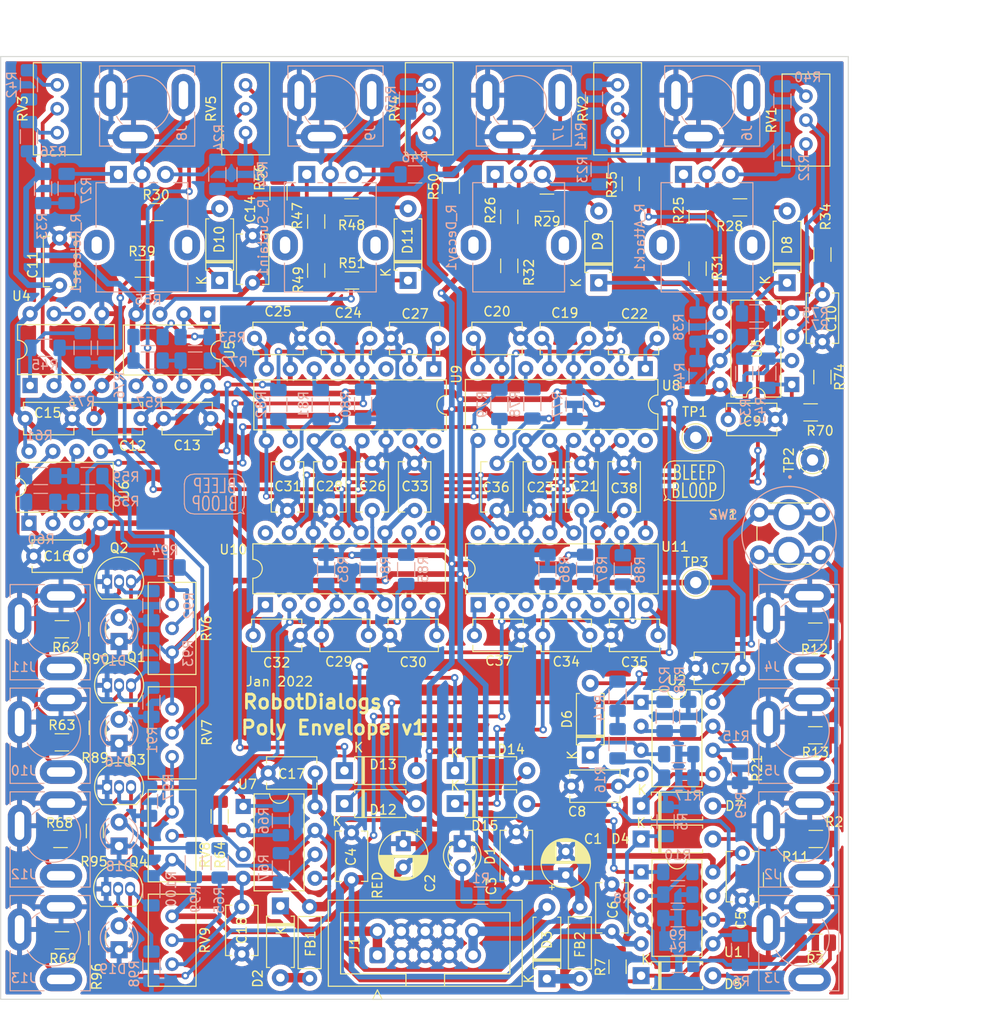
<source format=kicad_pcb>
(kicad_pcb (version 20211014) (generator pcbnew)
  (title_block (title "Poly Envelope") (date "2022-01-13") (rev "v1"))
  (layers (0 "F.Cu" signal) (31 "B.Cu" signal) (34 "B.Paste" user) (35 "F.Paste" user) (36 "B.SilkS" user "B.Silkscreen") (37 "F.SilkS" user "F.Silkscreen") (38 "B.Mask" user) (39 "F.Mask" user) (44 "Edge.Cuts" user))
  (net 0 "")
  (net 1 "GND")
  (net 2 "+12V")
  (net 3 "-12V")
  (net 4 "Net-(C25-Pad1)")
  (net 5 "Net-(D1-Pad2)")
  (net 6 "Net-(D2-Pad2)")
  (net 7 "-12VA")
  (net 8 "+12L")
  (net 9 "Net-(D3-Pad1)")
  (net 10 "Net-(D4-Pad2)")
  (net 11 "Net-(D4-Pad1)")
  (net 12 "Net-(D5-Pad2)")
  (net 13 "Net-(D5-Pad1)")
  (net 14 "Net-(D6-Pad2)")
  (net 15 "Net-(D6-Pad1)")
  (net 16 "Net-(D7-Pad2)")
  (net 17 "Net-(D7-Pad1)")
  (net 18 "/EnvelopeGnerators/Gate_C")
  (net 19 "/EnvelopeGnerators/Gate_A")
  (net 20 "/EnvelopeGnerators/Gate_B")
  (net 21 "/EnvelopeGnerators/Gate_D")
  (net 22 "Net-(J2-PadT)")
  (net 23 "Net-(J3-PadT)")
  (net 24 "Net-(J4-PadT)")
  (net 25 "Net-(J5-PadT)")
  (net 26 "Net-(J6-PadT)")
  (net 27 "Net-(J7-PadT)")
  (net 28 "Net-(J8-PadT)")
  (net 29 "Net-(J9-PadT)")
  (net 30 "Net-(J10-PadT)")
  (net 31 "Net-(J11-PadT)")
  (net 32 "Net-(J12-PadT)")
  (net 33 "Net-(J13-PadT)")
  (net 34 "Net-(R26-Pad1)")
  (net 35 "Net-(R27-Pad1)")
  (net 36 "/EnvelopeGnerators/Release")
  (net 37 "/EnvelopeGnerators/Attack")
  (net 38 "/EnvelopeGnerators/Decay")
  (net 39 "/EnvelopeGnerators/Sustain")
  (net 40 "Net-(R42-Pad1)")
  (net 41 "Net-(R55-Pad1)")
  (net 42 "Net-(R56-Pad1)")
  (net 43 "/EnvelopeGnerators/Envelope_A")
  (net 44 "/EnvelopeGnerators/Envelope_B")
  (net 45 "Net-(R58-Pad2)")
  (net 46 "Net-(R65-Pad1)")
  (net 47 "/EnvelopeGnerators/Envelope_C")
  (net 48 "/EnvelopeGnerators/Envelope_D")
  (net 49 "Net-(R22-Pad2)")
  (net 50 "Net-(R23-Pad2)")
  (net 51 "Net-(R24-Pad2)")
  (net 52 "Net-(R25-Pad2)")
  (net 53 "Net-(R26-Pad2)")
  (net 54 "Net-(R85-Pad2)")
  (net 55 "Net-(RV1-Pad2)")
  (net 56 "Net-(RV2-Pad2)")
  (net 57 "Net-(RV3-Pad2)")
  (net 58 "Net-(RV4-Pad2)")
  (net 59 "Net-(RV5-Pad2)")
  (net 60 "Net-(C27-Pad1)")
  (net 61 "Net-(C29-Pad1)")
  (net 62 "Net-(C30-Pad1)")
  (net 63 "Net-(C32-Pad1)")
  (net 64 "Net-(C34-Pad1)")
  (net 65 "Net-(C35-Pad1)")
  (net 66 "Net-(D8-Pad2)")
  (net 67 "Net-(D8-Pad1)")
  (net 68 "Net-(D9-Pad2)")
  (net 69 "Net-(D9-Pad1)")
  (net 70 "Net-(D10-Pad2)")
  (net 71 "Net-(D10-Pad1)")
  (net 72 "Net-(D11-Pad2)")
  (net 73 "Net-(D11-Pad1)")
  (net 74 "Net-(R27-Pad2)")
  (net 75 "Net-(R47-Pad1)")
  (net 76 "Net-(R52-Pad1)")
  (net 77 "Net-(R54-Pad2)")
  (net 78 "Net-(R58-Pad1)")
  (net 79 "Net-(R59-Pad2)")
  (net 80 "Net-(R59-Pad1)")
  (net 81 "Net-(R60-Pad1)")
  (net 82 "Net-(R61-Pad1)")
  (net 83 "Net-(R64-Pad1)")
  (net 84 "Net-(R79-Pad2)")
  (net 85 "Net-(R88-Pad2)")
  (net 86 "Net-(C19-Pad2)")
  (net 87 "Net-(C19-Pad1)")
  (net 88 "Net-(C20-Pad1)")
  (net 89 "Net-(C22-Pad1)")
  (net 90 "Net-(C24-Pad2)")
  (net 91 "Net-(C24-Pad1)")
  (net 92 "Net-(C29-Pad2)")
  (net 93 "Net-(C34-Pad2)")
  (net 94 "Net-(C37-Pad1)")
  (net 95 "/Inputs/GateA-B/Gate_Switch_In")
  (net 96 "Net-(R10-Pad2)")
  (net 97 "Net-(R11-Pad2)")
  (net 98 "Net-(R18-Pad1)")
  (net 99 "Net-(R19-Pad1)")
  (net 100 "Net-(R25-Pad1)")
  (net 101 "Net-(R34-Pad2)")
  (net 102 "Net-(R35-Pad2)")
  (net 103 "Net-(R36-Pad2)")
  (net 104 "Net-(R37-Pad1)")
  (net 105 "Net-(R38-Pad1)")
  (net 106 "Net-(R39-Pad1)")
  (net 107 "Net-(R40-Pad1)")
  (net 108 "Net-(R41-Pad1)")
  (net 109 "Net-(R46-Pad2)")
  (net 110 "Net-(R47-Pad2)")
  (net 111 "Net-(R50-Pad2)")
  (net 112 "Net-(R51-Pad1)")
  (net 113 "Net-(R53-Pad1)")
  (net 114 "Net-(R64-Pad2)")
  (net 115 "Net-(R65-Pad2)")
  (net 116 "Net-(R66-Pad1)")
  (net 117 "Net-(R67-Pad1)")
  (net 118 "/EnvelopeGnerators/AC3310_B/Attack")
  (net 119 "/EnvelopeGnerators/AC3310_B/Decay")
  (net 120 "/EnvelopeGnerators/AC3310_B/Sustain")
  (net 121 "/EnvelopeGnerators/AC3310_B/Release")
  (net 122 "Net-(R78-Pad1)")
  (net 123 "Net-(R81-Pad1)")
  (net 124 "Net-(R82-Pad2)")
  (net 125 "Net-(R84-Pad1)")
  (net 126 "Net-(R87-Pad1)")
  (net 127 "Net-(D16-Pad2)")
  (net 128 "Net-(D17-Pad2)")
  (net 129 "Net-(D18-Pad2)")
  (net 130 "Net-(D19-Pad2)")
  (net 131 "Net-(Q1-Pad2)")
  (net 132 "Net-(Q2-Pad2)")
  (net 133 "Net-(Q3-Pad2)")
  (net 134 "Net-(Q4-Pad2)")
  (net 135 "Net-(U4-Pad6)")
  (footprint "My Stuff:Logo1" (layer "F.Cu") (at 233.6 75)
    (fp_text reference "LOGO2" hide)
    (fp_text value "logo1" hide)
  )
  (footprint "Capacitor_THT:CP_Radial_D5.0mm_P2.50mm" (layer "F.Cu") (at 220 116.83 90)
    (fp_text reference "C1")
    (fp_text value "100uF")
  )
  (footprint "Capacitor_THT:CP_Radial_D5.0mm_P2.50mm" (layer "F.Cu") (at 202.75 113.5 -90)
    (fp_text reference "C2")
    (fp_text value "100uF")
  )
  (footprint "Capacitor_THT:C_Disc_D5.1mm_W3.2mm_P5.00mm" (layer "F.Cu") (at 214.75 112.25 -90)
    (fp_text reference "C3")
    (fp_text value "10nF")
  )
  (footprint "Capacitor_THT:C_Disc_D5.1mm_W3.2mm_P5.00mm" (layer "F.Cu") (at 197.25 117.33 90)
    (fp_text reference "C4")
    (fp_text value "10nF")
  )
  (footprint "Capacitor_THT:C_Disc_D5.1mm_W3.2mm_P5.00mm" (layer "F.Cu") (at 224.9 122.8 90)
    (fp_text reference "C6")
    (fp_text value "10nF")
  )
  (footprint "Capacitor_THT:C_Disc_D5.1mm_W3.2mm_P5.00mm" (layer "F.Cu") (at 225.6 107.4 180)
    (fp_text reference "C8")
    (fp_text value "10nF")
  )
  (footprint "Capacitor_THT:C_Disc_D5.1mm_W3.2mm_P5.00mm" (layer "F.Cu") (at 242.25 68.5 180)
    (fp_text reference "C9")
    (fp_text value "10nF")
  )
  (footprint "Capacitor_THT:C_Disc_D5.1mm_W3.2mm_P5.00mm" (layer "F.Cu") (at 247.25 55.25 -90)
    (fp_text reference "C10")
    (fp_text value "10nF")
  )
  (footprint "Capacitor_THT:C_Disc_D5.1mm_W3.2mm_P5.00mm" (layer "F.Cu") (at 182.3 68.4 180)
    (fp_text reference "C13")
    (fp_text value "10nF")
  )
  (footprint "Capacitor_THT:C_Disc_D5.1mm_W3.2mm_P5.00mm" (layer "F.Cu") (at 186.75 54 90)
    (fp_text reference "C14")
    (fp_text value "10nF")
  )
  (footprint "Capacitor_THT:C_Disc_D5.1mm_W3.2mm_P5.00mm" (layer "F.Cu") (at 168.5 83 180)
    (fp_text reference "C16")
    (fp_text value "10nF")
  )
  (footprint "LED_THT:LED_D3.0mm" (layer "F.Cu") (at 209 113.5 -90)
    (fp_text reference "D1")
    (fp_text value "LED 1")
  )
  (footprint "Diode_THT:D_A-405_P7.62mm_Horizontal" (layer "F.Cu") (at 217.999999 127.83 90)
    (fp_text reference "D3")
    (fp_text value "D")
  )
  (footprint "Diode_THT:D_A-405_P7.62mm_Horizontal" (layer "F.Cu") (at 228 127.5)
    (fp_text reference "D5")
    (fp_text value "D")
  )
  (footprint "Diode_THT:D_A-405_P7.62mm_Horizontal" (layer "F.Cu") (at 243.5 54 90)
    (fp_text reference "D8")
    (fp_text value "D")
  )
  (footprint "Diode_THT:D_A-405_P7.62mm_Horizontal" (layer "F.Cu") (at 223.5 54 90)
    (fp_text reference "D9")
    (fp_text value "D")
  )
  (footprint "Diode_THT:D_A-405_P7.62mm_Horizontal" (layer "F.Cu") (at 183.25 53.75 90)
    (fp_text reference "D10")
    (fp_text value "D")
  )
  (footprint "Diode_THT:D_A-405_P7.62mm_Horizontal" (layer "F.Cu") (at 203.25 53.75 90)
    (fp_text reference "D11")
    (fp_text value "D")
  )
  (footprint "Diode_THT:D_A-405_P7.62mm_Horizontal" (layer "F.Cu") (at 196.499999 105.75)
    (fp_text reference "D13")
    (fp_text value "D")
  )
  (footprint "Diode_THT:D_A-405_P7.62mm_Horizontal" (layer "F.Cu") (at 208.25 109.25)
    (fp_text reference "D15")
    (fp_text value "D")
  )
  (footprint "Inductor_THT:L_Axial_L5.3mm_D2.2mm_P7.62mm_Horizontal_Vishay_IM-1" (layer "F.Cu") (at 192.8 127.8 90)
    (fp_text reference "FB1")
    (fp_text value "Ferrite_Bead_Small")
  )
  (footprint "Inductor_THT:L_Axial_L5.3mm_D2.2mm_P7.62mm_Horizontal_Vishay_IM-1" (layer "F.Cu") (at 221.5 127.83 90)
    (fp_text reference "FB2")
    (fp_text value "Ferrite_Bead_Small")
  )
  (footprint "Connector_IDC:IDC-Header_2x05_P2.54mm_Vertical" (layer "F.Cu") (at 200 125.33 90)
    (fp_text reference "J1")
    (fp_text value "Conn_02x05_Odd_Even")
  )
  (footprint "Resistor_SMD:R_1206_3216Metric_Pad1.30x1.75mm_HandSolder" (layer "F.Cu") (at 246.55 113 180)
    (fp_text reference "R2")
    (fp_text value "1k")
  )
  (footprint "Resistor_SMD:R_1206_3216Metric_Pad1.30x1.75mm_HandSolder" (layer "F.Cu") (at 246.5 124 180)
    (fp_text reference "R3")
    (fp_text value "1k")
  )
  (footprint "Resistor_SMD:R_1206_3216Metric_Pad1.30x1.75mm_HandSolder" (layer "F.Cu") (at 225.5 126.550001 90)
    (fp_text reference "R7")
    (fp_text value "10k")
  )
  (footprint "Resistor_SMD:R_1206_3216Metric_Pad1.30x1.75mm_HandSolder" (layer "F.Cu") (at 246.5 91 180)
    (fp_text reference "R12")
    (fp_text value "1k")
  )
  (footprint "Resistor_SMD:R_1206_3216Metric_Pad1.30x1.75mm_HandSolder" (layer "F.Cu") (at 246.5 102 180)
    (fp_text reference "R13")
    (fp_text value "1k")
  )
  (footprint "Resistor_SMD:R_1206_3216Metric_Pad1.30x1.75mm_HandSolder" (layer "F.Cu") (at 214 47 -90)
    (fp_text reference "R26")
    (fp_text value "100k")
  )
  (footprint "Resistor_SMD:R_1206_3216Metric_Pad1.30x1.75mm_HandSolder" (layer "F.Cu") (at 238.5 46)
    (fp_text reference "R28")
    (fp_text value "1k")
  )
  (footprint "Resistor_SMD:R_1206_3216Metric_Pad1.30x1.75mm_HandSolder" (layer "F.Cu") (at 218 45.5)
    (fp_text reference "R29")
    (fp_text value "1k")
  )
  (footprint "Resistor_SMD:R_1206_3216Metric_Pad1.30x1.75mm_HandSolder" (layer "F.Cu") (at 176.5 46.5)
    (fp_text reference "R30")
    (fp_text value "1k")
  )
  (footprint "Resistor_SMD:R_1206_3216Metric_Pad1.30x1.75mm_HandSolder" (layer "F.Cu") (at 214 52.2 -90)
    (fp_text reference "R32")
    (fp_text value "10k")
  )
  (footprint "Resistor_SMD:R_1206_3216Metric_Pad1.30x1.75mm_HandSolder" (layer "F.Cu") (at 247.25 51 90)
    (fp_text reference "R34")
    (fp_text value "39k")
  )
  (footprint "Resistor_SMD:R_1206_3216Metric_Pad1.30x1.75mm_HandSolder" (layer "F.Cu") (at 226.9 43.5 90)
    (fp_text reference "R35")
    (fp_text value "39k")
  )
  (footprint "Resistor_SMD:R_1206_3216Metric_Pad1.30x1.75mm_HandSolder" (layer "F.Cu") (at 175 52.5)
    (fp_text reference "R39")
    (fp_text value "200k")
  )
  (footprint "Resistor_SMD:R_1206_3216Metric_Pad1.30x1.75mm_HandSolder" (layer "F.Cu") (at 193.5 47.5 -90)
    (fp_text reference "R47")
    (fp_text value "100k")
  )
  (footprint "Resistor_SMD:R_1206_3216Metric_Pad1.30x1.75mm_HandSolder" (layer "F.Cu") (at 197.25 46)
    (fp_text reference "R48")
    (fp_text value "1k")
  )
  (footprint "Resistor_SMD:R_1206_3216Metric_Pad1.30x1.75mm_HandSolder" (layer "F.Cu") (at 193.5 52.7 -90)
    (fp_text reference "R49")
    (fp_text value "10k")
  )
  (footprint "Resistor_SMD:R_1206_3216Metric_Pad1.30x1.75mm_HandSolder" (layer "F.Cu") (at 207.8 43.8 90)
    (fp_text reference "R50")
    (fp_text value "39k")
  )
  (footprint "Resistor_SMD:R_1206_3216Metric_Pad1.30x1.75mm_HandSolder" (layer "F.Cu") (at 189.5 44.5 -90)
    (fp_text reference "R56")
    (fp_text value "39k")
  )
  (footprint "Resistor_SMD:R_1206_3216Metric_Pad1.30x1.75mm_HandSolder" (layer "F.Cu") (at 166.5 90.75)
    (fp_text reference "R62")
    (fp_text value "1k")
  )
  (footprint "Resistor_SMD:R_1206_3216Metric_Pad1.30x1.75mm_HandSolder" (layer "F.Cu") (at 246 67.75 180)
    (fp_text reference "R70")
    (fp_text value "10k")
  )
  (footprint "Resistor_SMD:R_1206_3216Metric_Pad1.30x1.75mm_HandSolder" (layer "F.Cu") (at 247.25 64 90)
    (fp_text reference "R74")
    (fp_text value "470")
  )
  (footprint "Potentiometer_THT:Potentiometer_Bourns_3296W_Vertical" (layer "F.Cu") (at 245.5 34.2 90)
    (fp_text reference "RV1")
    (fp_text value "1k")
  )
  (footprint "Potentiometer_THT:Potentiometer_Bourns_3296W_Vertical" (layer "F.Cu") (at 225.5 33 90)
    (fp_text reference "RV2")
    (fp_text value "1k")
  )
  (footprint "Potentiometer_THT:Potentiometer_Bourns_3296W_Vertical" (layer "F.Cu") (at 166 33 90)
    (fp_text reference "RV3")
    (fp_text value "1k")
  )
  (footprint "Potentiometer_THT:Potentiometer_Bourns_3296W_Vertical" (layer "F.Cu") (at 205.5 33 90)
    (fp_text reference "RV4")
    (fp_text value "1k")
  )
  (footprint "Potentiometer_THT:Potentiometer_Bourns_3296W_Vertical" (layer "F.Cu") (at 186 33 90)
    (fp_text reference "RV5")
    (fp_text value "1k")
  )
  (footprint "Potentiometer_THT:Potentiometer_Bourns_3296W_Vertical" (layer "F.Cu") (at 178.2 93.2 -90)
    (fp_text reference "RV6")
    (fp_text value "100k")
  )
  (footprint "Potentiometer_THT:Potentiometer_Bourns_3296W_Vertical" (layer "F.Cu") (at 178.2 99.2 90)
    (fp_text reference "RV7")
    (fp_text value "100k")
  )
  (footprint "Potentiometer_THT:Potentiometer_Bourns_3296W_Vertical" (layer "F.Cu") (at 178.2 115.2 -90)
    (fp_text reference "RV8")
    (fp_text value "100k")
  )
  (footprint "Button_Switch_THT:SW_PUSH_6mm_H13mm" (layer "F.Cu") (at 240.55 78.35)
    (fp_text reference "SW1")
    (fp_text value "Gate_SW")
  )
  (footprint "Package_DIP:DIP-8_W7.62mm" (layer "F.Cu") (at 244 64.79 180)
    (fp_text reference "U3")
    (fp_text value "LM358")
  )
  (footprint "Package_DIP:DIP-8_W7.62mm" (layer "F.Cu") (at 181.983222 57.32345 -90)
    (fp_text reference "U5")
    (fp_text value "LM358")
  )
  (footprint "Package_DIP:DIP-8_W7.62mm" (layer "F.Cu") (at 163 79.500001 90)
    (fp_text reference "U6")
    (fp_text value "TL072")
  )
  (footprint "Resistor_SMD:R_1206_3216Metric_Pad1.30x1.75mm_HandSolder" (layer "F.Cu") (at 166.35 113)
    (fp_text reference "R68")
    (fp_text value "1k")
  )
  (footprint "Capacitor_THT:C_Disc_D5.1mm_W3.2mm_P5.00mm" (layer "F.Cu") (at 167.6 68.4 180)
    (fp_text reference "C15")
    (fp_text value "10nF")
  )
  (footprint "Package_DIP:DIP-8_W7.62mm" (layer "F.Cu") (at 228 116.5)
    (fp_text reference "U1")
    (fp_text value "LM358")
  )
  (footprint "Resistor_SMD:R_1206_3216Metric_Pad1.30x1.75mm_HandSolder" (layer "F.Cu") (at 241.9 117.3 -90)
    (fp_text reference "R11")
    (fp_text value "100k")
  )
  (footprint "Resistor_SMD:R_1206_3216Metric_Pad1.30x1.75mm_HandSolder" (layer "F.Cu") (at 234 52.5 -90)
    (fp_text reference "R31")
    (fp_text value "10k")
  )
  (footprint "Resistor_SMD:R_1206_3216Metric_Pad1.30x1.75mm_HandSolder" (layer "F.Cu") (at 234 47 -90)
    (fp_text reference "R25")
    (fp_text value "100k")
  )
  (footprint "Package_TO_SOT_THT:TO-92_Inline" (layer "F.Cu") (at 171.3 96.7)
    (fp_text reference "Q1")
    (fp_text value "2N3906")
  )
  (footprint "Package_TO_SOT_THT:TO-92_Inline" (layer "F.Cu") (at 171.3 85.7)
    (fp_text reference "Q2")
    (fp_text value "2N3906")
  )
  (footprint "Package_TO_SOT_THT:TO-92_Inline" (layer "F.Cu") (at 171.3 107.5)
    (fp_text reference "Q3")
    (fp_text value "2N3906")
  )
  (footprint "Package_TO_SOT_THT:TO-92_Inline" (layer "F.Cu") (at 171.2 118.3)
    (fp_text reference "Q4")
    (fp_text value "2N3906")
  )
  (footprint "Resistor_SMD:R_1206_3216Metric_Pad1.30x1.75mm_HandSolder" (layer "F.Cu") (at 170.25 90.75 -90)
    (fp_text reference "R90")
    (fp_text value "100k")
  )
  (footprint "Resistor_SMD:R_1206_3216Metric_Pad1.30x1.75mm_HandSolder" (layer "F.Cu") (at 170 112.15 -90)
    (fp_text reference "R95")
    (fp_text value "100k")
  )
  (footprint "Resistor_SMD:R_1206_3216Metric_Pad1.30x1.75mm_HandSolder" (layer "F.Cu") (at 170.25 123.5 -90)
    (fp_text reference "R96")
    (fp_text value "100k")
  )
  (footprint "Capacitor_THT:C_Disc_D5.1mm_W3.2mm_P5.00mm" (layer "F.Cu") (at 185.6 120.2 -90)
    (fp_text reference "C18")
    (fp_text value "10nF")
  )
  (footprint "Capacitor_THT:C_Disc_D5.1mm_W3.2mm_P5.00mm" (layer "F.Cu") (at 188.4 106)
    (fp_text reference "C17")
    (fp_text value "10nF")
  )
  (footprint "Package_DIP:DIP-8_W7.62mm" (layer "F.Cu") (at 185.75 109.55)
    (fp_text reference "U7")
    (fp_text value "TL072")
  )
  (footprint "Resistor_SMD:R_1206_3216Metric_Pad1.30x1.75mm_HandSolder" (layer "F.Cu") (at 183.25 110.600001 90)
    (fp_text reference "R64")
    (fp_text value "100k")
  )
  (footprint "Package_DIP:DIP-8_W7.62mm" (layer "F.Cu") (at 163.12 64.899775 90)
    (fp_text reference "U4")
    (fp_text value "LM358")
  )
  (footprint "Capacitor_THT:C_Disc_D5.1mm_W3.2mm_P5.00mm" (layer "F.Cu") (at 166.25 49.25 -90)
    (fp_text reference "C11")
    (fp_text value "10nF")
  )
  (footprint "Capacitor_THT:C_Disc_D5.1mm_W3.2mm_P5.00mm" (layer "F.Cu") (at 169.9 68.4)
    (fp_text reference "C12")
    (fp_text value "10nF")
  )
  (footprint "Diode_THT:D_A-405_P7.62mm_Horizontal" (layer "F.Cu") (at 196.5 109.25)
    (fp_text reference "D12")
    (fp_text value "D")
  )
  (footprint "Package_DIP:DIP-8_W7.62mm" (layer "F.Cu") (at 228 98.5)
    (fp_text reference "U2")
    (fp_text value "LM358")
  )
  (footprint "Resistor_SMD:R_1206_3216Metric_Pad1.30x1.75mm_HandSolder" (layer "F.Cu") (at 238.5 105.5 -90)
    (fp_text reference "R21")
    (fp_text value "100k")
  )
  (footprint "Diode_THT:D_A-405_P7.62mm_Horizontal" (layer "F.Cu") (at 222.6 104.1 90)
    (fp_text reference "D6")
    (fp_text value "D")
  )
  (footprint "Diode_THT:D_A-405_P7.62mm_Horizontal" (layer "F.Cu") (at 208.25 105.75)
    (fp_text reference "D14")
    (fp_text value "D")
  )
  (footprint "Diode_THT:D_A-405_P7.62mm_Horizontal" (layer "F.Cu") (at 228 113)
    (fp_text reference "D4")
    (fp_text value "D")
  )
  (footprint "Diode_THT:D_A-405_P7.62mm_Horizontal" (layer "F.Cu") (at 228 109.5)
    (fp_text reference "D7")
    (fp_text value "D")
  )
  (footprint "Resistor_SMD:R_1206_3216Metric_Pad1.30x1.75mm_HandSolder" (layer "F.Cu") (at 197.3 53.75)
    (fp_text reference "R51")
    (fp_text value "200k")
  )
  (footprint "Potentiometer_THT:Potentiometer_Bourns_3296W_Vertical" (layer "F.Cu") (at 178.2 121.2 90)
    (fp_text reference "RV9")
    (fp_text value "100k")
  )
  (footprint "Capacitor_THT:C_Disc_D5.1mm_W3.2mm_P5.00mm" (layer "F.Cu") (at 233.8 94.9)
    (fp_text reference "C7")
    (fp_text value "10nF")
  )
  (footprint "Resistor_SMD:R_1206_3216Metric_Pad1.30x1.75mm_HandSolder" (layer "F.Cu") (at 170.3 101.2 -90)
    (fp_text reference "R89")
    (fp_text value "100k")
  )
  (footprint "Resistor_SMD:R_1206_3216Metric_Pad1.30x1.75mm_HandSolder" (layer "F.Cu") (at 166.5 102.75)
    (fp_text reference "R63")
    (fp_text value "1k")
  )
  (footprint "Resistor_SMD:R_1206_3216Metric_Pad1.30x1.75mm_HandSolder" (layer "F.Cu") (at 166.5 123.75)
    (fp_text reference "R69")
    (fp_text value "1k")
  )
  (footprint "Diode_THT:D_A-405_P7.62mm_Horizontal" (layer "F.Cu") (at 189.7 120.1 -90)
    (fp_text reference "D2")
    (fp_text value "D")
  )
  (footprint "Package_DIP:DIP-16_W7.62mm" (layer "F.Cu") (at 228.45 63.100225 -90)
    (fp_text reference "U8")
    (fp_text value "AS3310")
  )
  (footprint "Capacitor_THT:C_Disc_D5.1mm_W3.2mm_P5.00mm" (layer "F.Cu") (at 212.7 78.15 90)
    (fp_text reference "C36")
    (fp_text value "10nF")
  )
  (footprint "Capacitor_THT:C_Disc_D5.1mm_W3.2mm_P5.00mm" (layer "F.Cu") (at 206.303554 91.4 180)
    (fp_text reference "C30")
    (fp_text value "10nF")
  )
  (footprint "Capacitor_THT:C_Disc_D5.1mm_W3.2mm_P5.00mm" (layer "F.Cu") (at 190.45 78.15 90)
    (fp_text reference "C31")
    (fp_text value "10nF")
  )
  (footprint "Capacitor_THT:C_Disc_D5.1mm_W3.2mm_P5.00mm" (layer "F.Cu") (at 186.803552 91.400001)
    (fp_text reference "C32")
    (fp_text value "39nF")
  )
  (footprint "Capacitor_THT:C_Disc_D5.1mm_W3.2mm_P5.00mm" (layer "F.Cu") (at 203.95 73.15 -90)
    (fp_text reference "C33")
    (fp_text value "10nF")
  )
  (footprint "Capacitor_THT:C_Disc_D5.1mm_W3.2mm_P5.00mm" (layer "F.Cu") (at 229.803552 91.400001 180)
    (fp_text reference "C35")
    (fp_text value "10nF")
  )
  (footprint "Capacitor_THT:C_Disc_D5.1mm_W3.2mm_P5.00mm" (layer "F.Cu") (at 210.303553 91.400001)
    (fp_text reference "C37")
    (fp_text value "39nF")
  )
  (footprint "Capacitor_THT:C_Disc_D5.1mm_W3.2mm_P5.00mm" (layer "F.Cu") (at 226.2 73.15 -90)
    (fp_text reference "C38")
    (fp_text value "10nF")
  )
  (footprint "Capacitor_THT:C_Disc_D5.1mm_W3.2mm_P5.00mm" (layer "F.Cu") (at 217.553552 91.400001)
    (fp_text reference "C34")
    (fp_text value "3nF")
  )
  (footprint "Package_DIP:DIP-16_W7.62mm" (layer "F.Cu") (at 188.103554 88.15 90)
    (fp_text reference "U10")
    (fp_text value "AS3310")
  )
  (footprint "Package_DIP:DIP-16_W7.62mm" (layer "F.Cu") (at 210.7 88.15 90)
    (fp_text reference "U11")
    (fp_text value "AS3310")
  )
  (footprint "Package_DIP:DIP-16_W7.62mm" (layer "F.Cu") (at 205.990329 63.140555 -90)
    (fp_text reference "U9")
    (fp_text value "AS3310")
  )
  (footprint "Capacitor_THT:C_Disc_D5.1mm_W3.2mm_P5.00mm" (layer "F.Cu") (at 194.053554 91.400001)
    (fp_text reference "C29")
    (fp_text value "3nF")
  )
  (footprint "Capacitor_THT:C_Disc_D5.1mm_W3.2mm_P5.00mm" (layer "F.Cu") (at 210.2 59.9)
    (fp_text reference "C20")
    (fp_text value "10nF")
  )
  (footprint "Capacitor_THT:C_Disc_D5.1mm_W3.2mm_P5.00mm" (layer "F.Cu") (at 217.2 78.15 90)
    (fp_text reference "C23")
    (fp_text value "10nF")
  )
  (footprint "Capacitor_THT:C_Disc_D5.1mm_W3.2mm_P5.00mm" (layer "F.Cu") (at 194.95 78.15 90)
    (fp_text reference "C28")
    (fp_text value "10nF")
  )
  (footprint "Capacitor_THT:C_Disc_D5.1mm_W3.2mm_P5.00mm" (layer "F.Cu") (at 229.7 59.9 180)
    (fp_text reference "C22")
    (fp_text value "39nF")
  )
  (footprint "Capacitor_THT:C_Disc_D5.1mm_W3.2mm_P5.00mm" (layer "F.Cu") (at 222.45 59.9 180)
    (fp_text reference "C19")
    (fp_text value "3nF")
  )
  (footprint "Capacitor_THT:C_Disc_D5.1mm_W3.2mm_P5.00mm" (layer "F.Cu") (at 221.7 73.15 -90)
    (fp_text reference "C21")
    (fp_text value "10nF")
  )
  (footprint "Capacitor_THT:C_Disc_D5.1mm_W3.2mm_P5.00mm" (layer "F.Cu") (at 186.95 59.9)
    (fp_text reference "C25")
    (fp_text value "10nF")
  )
  (footprint "Capacitor_THT:C_Disc_D5.1mm_W3.2mm_P5.00mm" (layer "F.Cu") (at 199.45 73.15 -90)
    (fp_text reference "C26")
    (fp_text value "10nF")
  )
  (footprint "Capacitor_THT:C_Disc_D5.1mm_W3.2mm_P5.00mm" (layer "F.Cu") (at 199.2 59.9 180)
    (fp_text reference "C24")
    (fp_text value "3nF")
  )
  (footprint "Capacitor_THT:C_Disc_D5.1mm_W3.2mm_P5.00mm" (layer "F.Cu") (at 206.45 59.9 180)
    (fp_text reference "C27")
    (fp_text value "39nF")
  )
  (footprint "TestPoint:TestPoint_THTPad_D2.5mm_Drill1.2mm" (layer "F.Cu") (at 233.8 70.4)
    (fp_text reference "TP1")
    (fp_text value "-12V")
  )
  (footprint "TestPoint:TestPoint_THTPad_D2.5mm_Drill1.2mm" (layer "F.Cu") (at 246.2 72.8 90)
    (fp_text reference "TP2")
    (fp_text value "GND")
  )
  (footprint "TestPoint:TestPoint_THTPad_D2.5mm_Drill1.2mm" (layer "F.Cu") (at 233.8 85.8)
    (fp_text reference "TP3")
    (fp_text value "+12V")
  )
  (footprint "Capacitor_THT:C_Disc_D5.1mm_W3.2mm_P5.00mm" (layer "F.Cu") (at 238.75 119.5 90)
    (fp_text reference "C5")
    (fp_text value "10nF")
  )
  (footprint "My Stuff:Logo1" (layer "B.Cu") (at 182.7 76.4 180)
    (fp_text reference "LOGO1" hide)
    (fp_text value "logo1" hide)
  )
  (footprint "My Stuff:Jack_2.5mm_MJ-355W_Vertical" (layer "B.Cu") (at 245 112.5)
    (fp_text reference "J2")
    (fp_text value "Gate_C")
  )
  (footprint "My Stuff:Jack_2.5mm_MJ-355W_Vertical" (layer "B.Cu") (at 245 123.5)
    (fp_text reference "J3")
    (fp_text value "Gate_D")
  )
  (footprint "My Stuff:Jack_2.5mm_MJ-355W_Vertical" (layer "B.Cu") (at 245 90.5)
    (fp_text reference "J4")
    (fp_text value "Gate_A")
  )
  (footprint "My Stuff:Jack_2.5mm_MJ-355W_Vertical" (layer "B.Cu") (at 245 101.5)
    (fp_text reference "J5")
    (fp_text value "Gate_B")
  )
  (footprint "My Stuff:Jack_2.5mm_MJ-355W_Vertical" (layer "B.Cu") (at 235 35 90)
    (fp_text reference "J6")
    (fp_text value "Attack_IN")
  )
  (footprint "My Stuff:Jack_2.5mm_MJ-355W_Vertical" (layer "B.Cu") (at 215 35 90)
    (fp_text reference "J7")
    (fp_text value "Decay_IN")
  )
  (footprint "My Stuff:Jack_2.5mm_MJ-355W_Vertical" (layer "B.Cu") (at 175 35 90)
    (fp_text reference "J8")
    (fp_text value "Release_IN")
  )
  (footprint "Resistor_SMD:R_1206_3216Metric_Pad1.30x1.75mm_HandSolder" (layer "B.Cu") (at 211 119 180)
    (fp_text reference "R1")
    (fp_text value "1k")
  )
  (footprint "Resistor_SMD:R_1206_3216Metric_Pad1.30x1.75mm_HandSolder" (layer "B.Cu") (at 232 126.25 180)
    (fp_text reference "R4")
    (fp_text value "4.7k")
  )
  (footprint "Resistor_SMD:R_1206_3216Metric_Pad1.30x1.75mm_HandSolder" (layer "B.Cu") (at 230.6 111.149999 90)
    (fp_text reference "R5")
    (fp_text value "10k")
  )
  (footprint "Resistor_SMD:R_1206_3216Metric_Pad1.30x1.75mm_HandSolder" (layer "B.Cu") (at 238.5 124.8 90)
    (fp_text reference "R6")
    (fp_text value "4.7k")
  )
  (footprint "Resistor_SMD:R_1206_3216Metric_Pad1.30x1.75mm_HandSolder" (layer "B.Cu") (at 231.9 118.9)
    (fp_text reference "R8")
    (fp_text value "100k")
  )
  (footprint "Resistor_SMD:R_1206_3216Metric_Pad1.30x1.75mm_HandSolder" (layer "B.Cu") (at 231.9 121.4 180)
    (fp_text reference "R9")
    (fp_text value "100k")
  )
  (footprint "Resistor_SMD:R_1206_3216Metric_Pad1.30x1.75mm_HandSolder" (layer "B.Cu") (at 243 40.2 -90)
    (fp_text reference "R22")
    (fp_text value "10k")
  )
  (footprint "Resistor_SMD:R_1206_3216Metric_Pad1.30x1.75mm_HandSolder" (layer "B.Cu") (at 223.6 42 -90)
    (fp_text reference "R23")
    (fp_text value "10k")
  )
  (footprint "Resistor_SMD:R_1206_3216Metric_Pad1.30x1.75mm_HandSolder" (layer "B.Cu") (at 183 42.5 90)
    (fp_text reference "R24")
    (fp_text value "10k")
  )
  (footprint "Resistor_SMD:R_1206_3216Metric_Pad1.30x1.75mm_HandSolder" (layer "B.Cu") (at 167 44 -90)
    (fp_text reference "R27")
    (fp_text value "100k")
  )
  (footprint "Resistor_SMD:R_1206_3216Metric_Pad1.30x1.75mm_HandSolder" (layer "B.Cu") (at 164.5 44 90)
    (fp_text reference "R33")
    (fp_text value "10k")
  )
  (footprint "Resistor_SMD:R_1206_3216Metric_Pad1.30x1.75mm_HandSolder" (layer "B.Cu") (at 163 38.5 90)
    (fp_text reference "R36")
    (fp_text value "39k")
  )
  (footprint "Resistor_SMD:R_1206_3216Metric_Pad1.30x1.75mm_HandSolder" (layer "B.Cu") (at 238.95 63.6 90)
    (fp_text reference "R37")
    (fp_text value "200k")
  )
  (footprint "Resistor_SMD:R_1206_3216Metric_Pad1.30x1.75mm_HandSolder" (layer "B.Cu") (at 234 58.7 90)
    (fp_text reference "R38")
    (fp_text value "200k")
  )
  (footprint "Resistor_SMD:R_1206_3216Metric_Pad1.30x1.75mm_HandSolder" (layer "B.Cu") (at 243 34.7 -90)
    (fp_text reference "R40")
    (fp_text value "39k")
  )
  (footprint "Resistor_SMD:R_1206_3216Metric_Pad1.30x1.75mm_HandSolder" (layer "B.Cu") (at 163 33 -90)
    (fp_text reference "R42")
    (fp_text value "39k")
  )
  (footprint "Resistor_SMD:R_1206_3216Metric_Pad1.30x1.75mm_HandSolder" (layer "B.Cu") (at 241.4 63.6 90)
    (fp_text reference "R43")
    (fp_text value "100k")
  )
  (footprint "Resistor_SMD:R_1206_3216Metric_Pad1.30x1.75mm_HandSolder" (layer "B.Cu") (at 234 63.85 90)
    (fp_text reference "R44")
    (fp_text value "100k")
  )
  (footprint "Resistor_SMD:R_1206_3216Metric_Pad1.30x1.75mm_HandSolder" (layer "B.Cu") (at 204 42.5 180)
    (fp_text reference "R46")
    (fp_text value "10k")
  )
  (footprint "Resistor_SMD:R_1206_3216Metric_Pad1.30x1.75mm_HandSolder" (layer "B.Cu") (at 203.25 34.5 -90)
    (fp_text reference "R52")
    (fp_text value "39k")
  )
  (footprint "Resistor_SMD:R_1206_3216Metric_Pad1.30x1.75mm_HandSolder" (layer "B.Cu") (at 180.649999 59.75 180)
    (fp_text reference "R53")
    (fp_text value "100k")
  )
  (footprint "Resistor_SMD:R_1206_3216Metric_Pad1.30x1.75mm_HandSolder" (layer "B.Cu") (at 186 42.5 90)
    (fp_text reference "R54")
    (fp_text value "39k")
  )
  (footprint "Resistor_SMD:R_1206_3216Metric_Pad1.30x1.75mm_HandSolder" (layer "B.Cu") (at 175.650001 59.75)
    (fp_text reference "R55")
    (fp_text value "100k")
  )
  (footprint "Resistor_SMD:R_1206_3216Metric_Pad1.30x1.75mm_HandSolder" (layer "B.Cu") (at 175.65 62.249999 180)
    (fp_text reference "R57")
    (fp_text value "100k")
  )
  (footprint "Resistor_SMD:R_1206_3216Metric_Pad1.30x1.75mm_HandSolder" (layer "B.Cu") (at 240.25 59.75)
    (fp_text reference "R71")
    (fp_text value "10k")
  )
  (footprint "Resistor_SMD:R_1206_3216Metric_Pad1.30x1.75mm_HandSolder" (layer "B.Cu") (at 180.65 62.249999 180)
    (fp_text reference "R72")
    (fp_text value "10k")
  )
  (footprint "Resistor_SMD:R_1206_3216Metric_Pad1.30x1.75mm_HandSolder" (layer "B.Cu") (at 240.25 57.25 180)
    (fp_text reference "R75")
    (fp_text value "470")
  )
  (footprint "My Stuff:Potentiometer_Alpha_RD901F-40-00D_Single_Vertical_w_3d" (layer "B.Cu") (at 232.5 42.5 -90)
    (fp_text reference "R_Attack1")
    (fp_text value "100k")
  )
  (footprint "My Stuff:Potentiometer_Alpha_RD901F-40-00D_Single_Vertical_w_3d" (layer "B.Cu") (at 172.5 42.5 -90)
    (fp_text reference "R_Release1")
    (fp_text value "100k")
  )
  (footprint "My Stuff:Potentiometer_Alpha_RD901F-40-00D_Single_Vertical_w_3d" (layer "B.Cu") (at 192.5 42.5 -90)
    (fp_text reference "R_Sustain1")
    (fp_text value "100k")
  )
  (footprint "My Stuff:Jack_2.5mm_MJ-355W_Vertical" (layer "B.Cu") (at 165.5 123.5)
    (fp_text reference "J13")
    (fp_text value "ENV_D")
  )
  (footprint "My Stuff:Jack_2.5mm_MJ-355W_Vertical" (layer "B.Cu") (at 165.5 90.515)
    (fp_text reference "J11")
    (fp_text value "ENV_A")
  )
  (footprint "My Stuff:Jack_2.5mm_MJ-355W_Vertical" (layer "B.Cu") (at 165.5 101.5)
    (fp_text reference "J10")
    (fp_text value "ENV_B")
  )
  (footprint "My Stuff:Potentiometer_Alpha_RD901F-40-00D_Single_Vertical_w_3d" (layer "B.Cu") (at 212.5 42.5 -90)
    (fp_text reference "R_Decay1")
    (fp_text value "100k")
  )
  (footprint "My Stuff:Jack_2.5mm_MJ-355W_Vertical" (layer "B.Cu") (at 195 35 90)
    (fp_text reference "J9")
    (fp_text value "Sustain_IN")
  )
  (footprint "My Stuff:Jack_2.5mm_MJ-355W_Vertical" (layer "B.Cu") (at 165.5 112.5)
    (fp_text reference "J12")
    (fp_text value "ENV_C")
  )
  (footprint "My Stuff:LED_D3.0mm" (layer "B.Cu") (at 172.57071 102.829289 90)
    (fp_text reference "D16")
    (fp_text value "LED_B")
  )
  (footprint "My Stuff:LED_D3.0mm" (layer "B.Cu") (at 172.57071 92.029289 90)
    (fp_text reference "D17")
    (fp_text value "LED_A")
  )
  (footprint "My Stuff:LED_D3.0mm" (layer "B.Cu") (at 172.57071 113.729289 90)
    (fp_text reference "D18")
    (fp_text value "LED_C")
  )
  (footprint "My Stuff:LED_D3.0mm" (layer "B.Cu") (at 172.57071 124.72929 90)
    (fp_text reference "D19")
    (fp_text value "LED_D")
  )
  (footprint "Resistor_SMD:R_1206_3216Metric_Pad1.30x1.75mm_HandSolder" (layer "B.Cu") (at 176 98.5 -90)
    (fp_text reference "R91")
    (fp_text value "22k")
  )
  (footprint "Resistor_SMD:R_1206_3216Metric_Pad1.30x1.75mm_HandSolder" (layer "B.Cu") (at 176 88.25 -90)
    (fp_text reference "R92")
    (fp_text value "22k")
  )
  (footprint "Resistor_SMD:R_1206_3216Metric_Pad1.30x1.75mm_HandSolder" (layer "B.Cu") (at 176 93.25 -90)
    (fp_text reference "R93")
    (fp_text value "3.3k")
  )
  (footprint "Resistor_SMD:R_1206_3216Metric_Pad1.30x1.75mm_HandSolder" (layer "B.Cu") (at 177.45 84.2 180)
    (fp_text reference "R94")
    (fp_text value "3.3k")
  )
  (footprint "Resistor_SMD:R_1206_3216Metric_Pad1.30x1.75mm_HandSolder" (layer "B.Cu") (at 175.75 109 -90)
    (fp_text reference "R97")
    (fp_text value "22k")
  )
  (footprint "Resistor_SMD:R_1206_3216Metric_Pad1.30x1.75mm_HandSolder" (layer "B.Cu") (at 176 126.5 -90)
    (fp_text reference "R98")
    (fp_text value "22k")
  )
  (footprint "Resistor_SMD:R_1206_3216Metric_Pad1.30x1.75mm_HandSolder" (layer "B.Cu") (at 180.5 115.5 90)
    (fp_text reference "R99")
    (fp_text value "3.3k")
  )
  (footprint "Resistor_SMD:R_1206_3216Metric_Pad1.30x1.75mm_HandSolder" (layer "B.Cu") (at 176 118.5 -90)
    (fp_text reference "R100")
    (fp_text value "3.3k")
  )
  (footprint "Resistor_SMD:R_1206_3216Metric_Pad1.30x1.75mm_HandSolder" (layer "B.Cu") (at 189.75 116.05 -90)
    (fp_text reference "R67")
    (fp_text value "100k")
  )
  (footprint "Resistor_SMD:R_1206_3216Metric_Pad1.30x1.75mm_HandSolder" (layer "B.Cu") (at 189.75 111.05 -90)
    (fp_text reference "R66")
    (fp_text value "100k")
  )
  (footprint "Resistor_SMD:R_1206_3216Metric_Pad1.30x1.75mm_HandSolder" (layer "B.Cu") (at 183.25 115.55 -90)
    (fp_text reference "R65")
    (fp_text value "100k")
  )
  (footprint "Resistor_SMD:R_1206_3216Metric_Pad1.30x1.75mm_HandSolder" (layer "B.Cu") (at 164.7 60.9)
    (fp_text reference "R45")
    (fp_text value "100k")
  )
  (footprint "Resistor_SMD:R_1206_3216Metric_Pad1.30x1.75mm_HandSolder" (layer "B.Cu") (at 168.7 60.9 90)
    (fp_text reference "R73")
    (fp_text value "10k")
  )
  (footprint "Resistor_SMD:R_1206_3216Metric_Pad1.30x1.75mm_HandSolder" (layer "B.Cu") (at 171.2 60.9 90)
    (fp_text reference "R76")
    (fp_text value "470")
  )
  (footprint "Resistor_SMD:R_1206_3216Metric_Pad1.30x1.75mm_HandSolder" (layer "B.Cu") (at 230.5 100 -90)
    (fp_text reference "R20")
    (fp_text value "100k")
  )
  (footprint "Resistor_SMD:R_1206_3216Metric_Pad1.30x1.75mm_HandSolder" (layer "B.Cu") (at 232 104)
    (fp_text reference "R15")
    (fp_text value "10k")
  )
  (footprint "Resistor_SMD:R_1206_3216Metric_Pad1.30x1.75mm_HandSolder" (layer "B.Cu") (at 238.5 105.5 -90)
    (fp_text reference "R19")
    (fp_text value "100k")
  )
  (footprint "Resistor_SMD:R_1206_3216Metric_Pad1.30x1.75mm_HandSolder" (layer "B.Cu") (at 233 100 90)
    (fp_text reference "R18")
    (fp_text value "100k")
  )
  (footprint "Resistor_SMD:R_1206_3216Metric_Pad1.30x1.75mm_HandSolder" (layer "B.Cu") (at 225.5 97.850001 90)
    (fp_text reference "R14")
    (fp_text value "4.7k")
  )
  (footprint "Resistor_SMD:R_1206_3216Metric_Pad1.30x1.75mm_HandSolder" (layer "B.Cu") (at 225.5 102.9 -90)
    (fp_text reference "R16")
    (fp_text value "4.7k")
  )
  (footprint "Resistor_SMD:R_1206_3216Metric_Pad1.30x1.75mm_HandSolder" (layer "B.Cu") (at 232 106.5)
    (fp_text reference "R17")
    (fp_text value "10k")
  )
  (footprint "Resistor_SMD:R_1206_3216Metric_Pad1.30x1.75mm_HandSolder" (layer "B.Cu") (at 231.9 116.5)
    (fp_text reference "R10")
    (fp_text value "100k")
  )
  (footprint "Resistor_SMD:R_1206_3216Metric_Pad1.30x1.75mm_HandSolder" (layer "B.Cu") (at 164.25 74.5)
    (fp_text reference "R61")
    (fp_text value "100k")
  )
  (footprint "Resistor_SMD:R_1206_3216Metric_Pad1.30x1.75mm_HandSolder" (layer "B.Cu") (at 164.25 77.25)
    (fp_text reference "R60")
    (fp_text value "100k")
  )
  (footprint "Resistor_SMD:R_1206_3216Metric_Pad1.30x1.75mm_HandSolder" (layer "B.Cu") (at 169.25 74.5)
    (fp_text reference "R59")
    (fp_text value "100k")
  )
  (footprint "Resistor_SMD:R_1206_3216Metric_Pad1.30x1.75mm_HandSolder" (layer "B.Cu") (at 169.25 77.25)
    (fp_text reference "R58")
    (fp_text value "100k")
  )
  (footprint "Resistor_SMD:R_1206_3216Metric_Pad1.30x1.75mm_HandSolder" (layer "B.Cu") (at 223 34.5 -90)
    (fp_text reference "R41")
    (fp_text value "39k")
  )
  (footprint "Resistor_SMD:R_1206_3216Metric_Pad1.30x1.75mm_HandSolder" (layer "B.Cu") (at 194.553554 84.400001 90)
    (fp_text reference "R83")
    (fp_text value "10k")
  )
  (footprint "Resistor_SMD:R_1206_3216Metric_Pad1.30x1.75mm_HandSolder" (layer "B.Cu") (at 193.980329 66.93033 -90)
    (fp_text reference "R81")
    (fp_text value "470")
  )
  (footprint "Resistor_SMD:R_1206_3216Metric_Pad1.30x1.75mm_HandSolder" (layer "B.Cu") (at 220.95 66.9 -90)
    (fp_text reference "R77")
    (fp_text value "10k")
  )
  (footprint "Resistor_SMD:R_1206_3216Metric_Pad1.30x1.75mm_HandSolder" (layer "B.Cu") (at 198.480329 66.880329 -90)
    (fp_text reference "R80")
    (fp_text value "10k")
  )
  (footprint "Resistor_SMD:R_1206_3216Metric_Pad1.30x1.75mm_HandSolder" (layer "B.Cu") (at 212.95 66.9 -90)
    (fp_text reference "R79")
    (fp_text value "30k")
  )
  (footprint "Resistor_SMD:R_1206_3216Metric_Pad1.30x1.75mm_HandSolder" (layer "B.Cu") (at 216.45 66.85 -90)
    (fp_text reference "R78")
    (fp_text value "470")
  )
  (footprint "Resistor_SMD:R_1206_3216Metric_Pad1.30x1.75mm_HandSolder" (layer "B.Cu") (at 189.48033 66.93033 -90)
    (fp_text reference "R82")
    (fp_text value "30k")
  )
  (footprint "Resistor_SMD:R_1206_3216Metric_Pad1.30x1.75mm_HandSolder" (layer "B.Cu") (at 199.053554 84.400001 90)
    (fp_text reference "R84")
    (fp_text value "470")
  )
  (footprint "Resistor_SMD:R_1206_3216Metric_Pad1.30x1.75mm_HandSolder" (layer "B.Cu") (at 203.053551 84.400001 90)
    (fp_text reference "R85")
    (fp_text value "30k")
  )
  (footprint "Resistor_SMD:R_1206_3216Metric_Pad1.30x1.75mm_HandSolder" (layer "B.Cu") (at 226.053553 84.450001 90)
    (fp_text reference "R88")
    (fp_text value "30k")
  )
  (footprint "Resistor_SMD:R_1206_3216Metric_Pad1.30x1.75mm_HandSolder" (layer "B.Cu") (at 218.053554 84.4 90)
    (fp_text reference "R86")
    (fp_text value "10k")
  )
  (footprint "Resistor_SMD:R_1206_3216Metric_Pad1.30x1.75mm_HandSolder" (layer "B.Cu") (at 222.053552 84.400002 90)
    (fp_text reference "R87")
    (fp_text value "470")
  )
  (footprint "My Stuff:SW_PS1024ALRED" (layer "B.Cu") (at 243.7 80.6 -90)
    (fp_text reference "SW2")
    (fp_text value "Gate_SW_2")
  )
  (gr_line (start 250 130) (end 160 130) (layer "Edge.Cuts") (width 0.1))
  (gr_line (start 160 130) (end 160 30) (layer "Edge.Cuts") (width 0.1))
  (gr_line (start 250 130) (end 250 30) (layer "Edge.Cuts") (width 0.1))
  (gr_line (start 160 30) (end 250 30) (layer "Edge.Cuts") (width 0.1))
  (gr_text "Poly Envelope v1" (at 195.35 101.2) (layer "F.SilkS") (effects (font (size 1.5 1.5) (thickness 0.3))))
  (gr_text "Jan 2022" (at 189.6 96.3) (layer "F.SilkS") (effects (font (size 1 1))))
  (gr_text "RobotDialogs" (at 193.1 98.45) (layer "F.SilkS") (effects (font (size 1.5 1.5) (thickness 0.3))))
  (gr_text "RED" (at 200 117.9 90) (layer "F.SilkS") (effects (font (size 1 1))))
  (segment (start 202.11033 60.56033) (end 202.11033 64.800328) (width 0.4) (layer "B.Cu") (net 1))
  (segment (start 202.11033 64.800328) (end 198.480329 68.430329) (width 0.4) (layer "B.Cu") (net 1))
  (segment (start 170.74 57.279775) (end 170.74 58.89) (width 0.6) (layer "B.Cu") (net 1))
  (segment (start 201.45 59.9) (end 202.11033 60.56033) (width 0.4) (layer "B.Cu") (net 1))
  (segment (start 170.74 58.89) (end 171.2 59.35) (width 0.6) (layer "B.Cu") (net 1))
  (segment (start 175.999999 69.700001) (end 163.900001 69.700001) (width 0.6) (layer "F.Cu") (net 2))
  (segment (start 226.2 78.15) (end 225.78 78.15) (width 0.6) (layer "F.Cu") (net 2))
  (segment (start 196.456551 65.743449) (end 196.6 65.6) (width 0.6) (layer "F.Cu") (net 2))
  (segment (start 195.6 125.3) (end 198.2 127.9) (width 0.6) (layer "F.Cu") (net 2))
  (segment (start 237.62 114.5) (end 235.62 116.5) (width 0.6) (layer "F.Cu") (net 2))
  (segment (start 181.983222 64.94345) (end 182.783221 65.743449) (width 0.6) (layer "F.Cu") (net 2))
  (segment (start 223.5 85.8) (end 209.7 85.8) (width 0.6) (layer "F.Cu") (net 2))
  (segment (start 198.2 127.9) (end 213.5 127.9) (width 0.6) (layer "F.Cu") (net 2))
  (segment (start 238.75 114.5) (end 237.62 114.5) (width 0.6) (layer "F.Cu") (net 2))
  (segment (start 163.900001 69.700001) (end 162.6 68.4) (width 0.6) (layer "F.Cu") (net 2))
  (segment (start 237.25 68.5) (end 237.25 65.66) (width 0.6) (layer "F.Cu") (net 2))
  (segment (start 178.2 93.2) (end 180.7 90.7) (width 0.6) (layer "F.Cu") (net 2))
  (segment (start 182.783221 65.743449) (end 196.456551 65.743449) (width 0.6) (layer "F.Cu") (net 2))
  (segment (start 206 111.4) (end 210.7 111.4) (width 0.6) (layer "F.Cu") (net 2))
  (segment (start 194.72 110.9) (end 205.5 110.9) (width 0.6) (layer "F.Cu") (net 2))
  (segment (start 184.3 122.8) (end 189.724002 122.8) (width 0.6) (layer "F.Cu") (net 2))
  (segment (start 189.724002 122.8) (end 192.224002 125.3) (width 0.6) (layer "F.Cu") (net 2))
  (segment (start 210.7 111.4) (end 214.75 115.45) (width 0.6) (layer "F.Cu") (net 2))
  (segment (start 235.57 65.6) (end 236.38 64.79) (width 0.6) (layer "F.Cu") (net 2))
  (segment (start 223.4 80.53) (end 223.4 85.7) (width 0.6) (layer "F.Cu") (net 2))
  (segment (start 205.5 110.9) (end 206 111.4) (width 0.6) (layer "F.Cu") (net 2))
  (segment (start 240.45 78.35) (end 246.95 78.35) (width 0.6) (layer "F.Cu") (net 2))
  (segment (start 214.75 115.45) (end 214.75 117.25) (width 0.6) (layer "F.Cu") (net 2))
  (segment (start 180.7 90.7) (end 180.7 89.65) (width 0.6) (layer "F.Cu") (net 2))
  (segment (start 237.25 65.66) (end 236.38 64.79) (width 0.6) (layer "F.Cu") (net 2))
  (segment (start 221.19 120.21) (end 221.5 120.21) (width 0.6) (layer "F.Cu") (net 2))
  (segment (start 223.4 85.7) (end 223.5 85.8) (width 0.6) (layer "F.Cu") (net 2))
  (segment (start 177.3 68.4) (end 175.999999 69.700001) (width 0.6) (layer "F.Cu") (net 2))
  (segment (start 194.72 110.9) (end 193.37 109.55) (width 0.6) (layer "F.Cu") (net 2))
  (segment (start 208.8 84.9) (end 201.536617 84.9) (width 0.6) (layer "F.Cu") (net 2))
  (segment (start 192.224002 125.3) (end 195.6 125.3) (width 0.6) (layer "F.Cu") (net 2))
  (segment (start 201.536617 84.9) (end 200.846036 85.590581) (width 0.6) (layer "F.Cu") (net 2))
  (segment (start 222.03 114.8) (end 220 116.83) (width 0.6) (layer "F.Cu") (net 2))
  (segment (start 218.35 66.35) (end 219.1 65.6) (width 0.6) (layer "F.Cu") (net 2))
  (segment (start 213.5 127.9) (end 221.19 120.21) (width 0.6) (layer "F.Cu") (net 2))
  (segment (start 225.78 78.15) (end 223.4 80.53) (width 0.6) (layer "F.Cu") (net 2))
  (segment (start 209.7 85.8) (end 208.8 84.9) (width 0.6) (layer "F.Cu") (net 2))
  (segment (start 223.5 85.8) (end 233.8 85.8) (width 0.6) (layer "F.Cu") (net 2))
  (segment (start 235.62 116.5) (end 235.62 115.22) (width 0.6) (layer "F.Cu") (net 2))
  (segment (start 208.8 66.35) (end 218.35 66.35) (width 0.6) (layer "F.Cu") (net 2))
  (segment (start 208.05 65.6) (end 208.8 66.35) (width 0.6) (layer "F.Cu") (net 2))
  (segment (start 235.62 115.22) (end 235.2 114.8) (width 0.6) (layer "F.Cu") (net 2))
  (segment (start 182.7 121.2) (end 184.3 122.8) (width 0.6) (layer "F.Cu") (net 2))
  (segment (start 235.2 114.8) (end 222.03 114.8) (width 0.6) (layer "F.Cu") (net 2))
  (segment (start 219.1 65.6) (end 235.57 65.6) (width 0.6) (layer "F.Cu") (net 2))
  (segment (start 180.7 89.65) (end 184.759419 85.590581) (width 0.6) (layer "F.Cu") (net 2))
  (segment (start 200.846036 85.590581) (end 184.759419 85.590581) (width 0.6) (layer "F.Cu") (net 2))
  (segment (start 178.2 121.2) (end 182.7 121.2) (width 0.6) (layer "F.Cu") (net 2))
  (segment (start 196.6 65.6) (end 208.05 65.6) (width 0.6) (layer "F.Cu") (net 2))
  (via (at 200.846036 85.590581) (size 0.8) (drill 0.4) (layers "F.Cu" "B.Cu") (net 2))
  (via (at 196.6 65.6) (size 0.8) (drill 0.4) (layers "F.Cu" "B.Cu") (net 2))
  (via (at 219.1 65.6) (size 0.8) (drill 0.4) (layers "F.Cu" "B.Cu") (net 2))
  (via (at 208.8 84.9) (size 0.8) (drill 0.4) (layers "F.Cu" "B.Cu") (net 2))
  (via (at 208.8 66.35) (size 0.8) (drill 0.4) (layers "F.Cu" "B.Cu") (net 2))
  (segment (start 208.8 94) (end 208.8 85) (width 0.6) (layer "B.Cu") (net 2))
  (segment (start 215.75 71.7) (end 217.2 73.15) (width 0.6) (layer "B.Cu") (net 2))
  (segment (start 215.75 70.720225) (end 215.75 71.7) (width 0.6) (layer "B.Cu") (net 2))
  (segment (start 208.8 66.35) (end 208.8 84.9) (width 0.6) (layer "B.Cu") (net 2))
  (segment (start 208.8 85) (end 208.8 84.9) (width 0.6) (layer "B.Cu") (net 2))
  (segment (start 219.1 68.832002) (end 219.1 65.6) (width 0.6) (layer "B.Cu") (net 2))
  (segment (start 193.290329 70.760555) (end 193.290329 71.490329) (width 0.6) (layer "B.Cu") (net 2))
  (segment (start 193.290329 71.490329) (end 194.95 73.15) (width 0.6) (layer "B.Cu") (net 2))
  (segment (start 196.132001 69.400001) (end 196.6 68.932002) (width 0.6) (layer "B.Cu") (net 2))
  (segment (start 195.267999 69.400001) (end 196.132001 69.400001) (width 0.6) (layer "B.Cu") (net 2))
  (segment (start 215.75 70.720225) (end 216.365998 70.720225) (width 0.6) (layer "B.Cu") (net 2))
  (segment (start 196.6 68.932002) (end 196.6 65.6) (width 0.6) (layer "B.Cu") (net 2))
  (segment (start 193.290329 70.760555) (end 193.907445 70.760555) (width 0.6) (layer "B.Cu") (net 2))
  (segment (start 216.365998 70.720225) (end 217.786222 69.300001) (width 0.6) (layer "B.Cu") (net 2))
  (segment (start 218.632001 69.300001) (end 219.1 68.832002) (width 0.6) (layer "B.Cu") (net 2))
  (segment (start 217.786222 69.300001) (end 218.632001 69.300001) (width 0.6) (layer "B.Cu") (net 2))
  (segment (start 193.907445 70.760555) (end 195.267999 69.400001) (width 0.6) (layer "B.Cu") (net 2))
  (segment (start 200.809419 85.590581) (end 200.846036 85.590581) (width 0.6) (layer "B.Cu") (net 2))
  (segment (start 200.803554 80.53) (end 200.803554 85.596446) (width 0.6) (layer "B.Cu") (net 2))
  (segment (start 200.803554 85.596446) (end 200.809419 85.590581) (width 0.6) (layer "B.Cu") (net 2))
  (segment (start 178.2 93.2) (end 180.6 90.8) (width 0.4) (layer "B.Cu") (net 2))
  (segment (start 186 44.05) (end 204 44.05) (width 0.6) (layer "B.Cu") (net 2))
  (segment (start 238.8 87.1) (end 237.5 85.8) (width 0.6) (layer "B.Cu") (net 2))
  (segment (start 243 38.65) (end 243 36.25) (width 0.6) (layer "B.Cu") (net 2))
  (segment (start 237.5 85.8) (end 237.5 81.3) (width 0.6) (layer "B.Cu") (net 2))
  (segment (start 200.803554 80.53) (end 203.183554 78.15) (width 0.6) (layer "B.Cu") (net 2))
  (segment (start 162.6 68.4) (end 161.800001 67.600001) (width 0.6) (layer "B.Cu") (net 2))
  (segment (start 176 116.95) (end 176.45 116.95) (width 0.4) (layer "B.Cu") (net 2))
  (segment (start 223 36.05) (end 223 39.85) (width 0.4) (layer "B.Cu") (net 2))
  (segment (start 246.95 78.35) (end 243.9875 78.35) (width 0.6) (layer "B.Cu") (net 2))
  (segment (start 161.62499 52.92499) (end 161.62499 35.92501) (width 0.6) (layer "B.Cu") (net 2))
  (segment (start 241.2 40.45) (end 243 38.65) (width 0.6) (layer "B.Cu") (net 2))
  (segment (start 205.55 42.05) (end 203.25 39.75) (width 0.6) (layer "B.Cu") (net 2))
  (segment (start 162.95 54.25) (end 161.62499 52.92499) (width 0.6) (layer "B.Cu") (net 2))
  (segment (start 193.37 109.55) (end 193.37 106.03) (width 0.6) (layer "B.Cu") (net 2))
  (segment (start 180.6 90.8) (end 180.6 85.8) (width 0.4) (layer "B.Cu") (net 2))
  (segment (start 161.800001 67.600001) (end 161.800001 58.599774) (width 0.6) (layer "B.Cu") (net 2))
  (segment (start 178.2 115.2) (end 178.65 115.2) (width 0.6) (layer "B.Cu") (net 2))
  (segment (start 205.55 42.5) (end 205.55 42.05) (width 0.6) (layer "B.Cu") (net 2))
  (segment (start 178.65 115.2) (end 180.5 117.05) (width 0.6) (layer "B.Cu") (net 2))
  (segment (start 163.12 57.279775) (end 163.220225 57.279775) (width 0.6) (layer "B.Cu") (net 2))
  (segment (start 163.220225 57.279775) (end 166.25 54.25) (width 0.6) (layer "B.Cu") (net 2))
  (segment (start 221.5 120.21) (end 221.5 118.33) (width 1) (layer "B.Cu") (net 2))
  (segment (start 237.5 85.8) (end 233.8 85.8) (width 0.6) (layer "B.Cu") (net 2))
  (segment (start 161.800001 58.599774) (end 163.12 57.279775) (width 0.6) (layer "B.Cu") (net 2))
  (segment (start 213 119) (end 214.75 117.25) (width 0.4) (layer "B.Cu") (net 2))
  (segment (start 205.55 42.5) (end 208 42.5) (width 0.6) (layer "B.Cu") (net 2))
  (segment (start 208.7 66.25) (end 208.8 66.35) (width 0.6) (layer "B.Cu") (net 2))
  (segment (start 162.6 71.480001) (end 163 71.880001) (width 0.4) (layer "B.Cu") (net 2))
  (segment (start 235.62 98.08) (end 238.8 94.9) (width 0.6) (layer "B.Cu") (net 2))
  (segment (start 214.75 117.25) (end 211.5 114) (width 0.6) (layer "B.Cu") (net 2))
  (segment (start 205.55 42.5) (end 205.55 51.95) (width 0.6) (layer "B.Cu") (net 2))
  (segment (start 177.3 68.4) (end 178.526672 68.4) (width 0.4) (layer "B.Cu") (net 2))
  (segment (start 235.62 98.5) (end 235.62 98.08) (width 0.6) (layer "B.Cu") (net 2))
  (segment (start 243.6125 78.35) (end 243.8 78.1625) (width 0.6) (layer "B.Cu") (net 2))
  (segment (start 209.8 40.7) (end 223.35 40.7) (width 0.6) (layer "B.Cu") (net 2))
  (segment (start 166.25 54.25) (end 162.95 54.25) (width 0.6) (layer "B.Cu") (net 2))
  (segment (start 223.6 40.45) (end 241.2 40.45) (width 0.6) (layer "B.Cu") (net 2))
  (segment (start 161.62499 35.92501) (end 163 34.55) (width 0.6) (layer "B.Cu") (net 2))
  (segment (start 203.183554 78.15) (end 203.95 78.15) (width 0.6) (layer "B.Cu") (net 2))
  (segment (start 204 44.05) (end 205.55 42.5) (width 0.6) (layer "B.Cu") (net 2))
  (segment (start 211.5 114) (end 211.5 96.7) (width 0.6) (layer "B.Cu") (net 2))
  (segment (start 238.8 94.9) (end 238.8 87.1) (width 0.6) (layer "B.Cu") (net 2))
  (segment (start 178.526672 68.4) (end 181.983222 64.94345) (width 0.4) (layer "B.Cu") (net 2))
  (segment (start 203.25 39.75) (end 203.25 36.05) (width 0.6) (layer "B.Cu") (net 2))
  (segment (start 205.55 51.95) (end 208.7 55.1) (width 0.6) (layer "B.Cu") (net 2))
  (segment (start 243.9875 78.35) (end 243.8 78.1625) (width 0.6) (layer "B.Cu") (net 2))
  (segment (start 180.5 118.9) (end 178.2 121.2) (width 0.6) (layer "B.Cu") (net 2))
  (segment (start 177.5 93.2) (end 176 91.7) (width 0.4) (layer "B.Cu") (net 2))
  (segment (start 220 116.83) (end 215.17 116.83) (width 1) (layer "B.Cu") (net 2))
  (segment (start 211.5 96.7) (end 208.8 94) (width 0.6) (layer "B.Cu") (net 2))
  (segment (start 193.37 106.03) (end 193.4 106) (width 0.6) (layer "B.Cu") (net 2))
  (segment (start 240.45 78.35) (end 243.6125 78.35) (width 0.6) (layer "B.Cu") (net 2))
  (segment (start 208 42.5) (end 209.8 40.7) (width 0.6) (layer "B.Cu") (net 2))
  (segment (start 215.17 116.83) (end 214.75 117.25) (width 1) (layer "B.Cu") (net 2))
  (segment (start 183 44.05) (end 186 44.05) (width 0.4) (layer "B.Cu") (net 2))
  (segment (start 178.2 99.2) (end 178.2 93.2) (width 0.4) (layer "B.Cu") (net 2))
  (segment (start 223 39.85) (end 223.6 40.45) (width 0.4) (layer "B.Cu") (net 2))
  (segment (start 212.55 119) (end 213 119) (width 0.4) (layer "B.Cu") (net 2))
  (segment (start 162.6 68.4) (end 162.6 71.480001) (width 0.4) (layer "B.Cu") (net 2))
  (segment (start 180.5 117.05) (end 180.5 118.9) (width 0.6) (layer "B.Cu") (net 2))
  (segment (start 221.5 118.33) (end 220 116.83) (width 1) (layer "B.Cu") (net 2))
  (segment (start 178.2 93.2) (end 177.5 93.2) (width 0.4) (layer "B.Cu") (net 2))
  (segment (start 237.5 81.3) (end 240.45 78.35) (width 0.6) (layer "B.Cu") (net 2))
  (segment (start 176.45 116.95) (end 178.2 115.2) (width 0.6) (layer "B.Cu") (net 2))
  (segment (start 223.35 40.7) (end 223.6 40.45) (width 0.6) (layer "B.Cu") (net 2))
  (segment (start 180.6 85.8) (end 179 84.2) (width 0.4) (layer "B.Cu") (net 2))
  (segment (start 208.7 55.1) (end 208.7 66.25) (width 0.6) (layer "B.Cu") (net 2))
  (segment (start 177.77 117.17) (end 185.75 117.17) (width 0.6) (layer "F.Cu") (net 3))
  (segment (start 176.186672 55.5) (end 185.25 55.5) (width 0.6) (layer "F.Cu") (net 3))
  (segment (start 244.47 56.7) (end 244 57.17) (width 0.6) (layer "F.Cu") (net 3))
  (segment (start 225.6 107.4) (end 224 107.4) (width 0.6) (layer "F.Cu") (net 3))
  (segment (start 170.62 79.500001) (end 178.000001 79.500001) (width 0.6) (layer "F.Cu") (net 3))
  (segment (start 207.500001 67.799999) (end 207.9 67.4) (width 0.6) (layer "F.Cu") (net 3))
  (segment (start 222.3 105.7) (end 219.7 105.7) (width 0.6) (layer "F.Cu") (net 3))
  (segment (start 218.2 68.4) (end 212.5 68.4) (width 0.6) (layer "F.Cu") (net 3))
  (segment (start 218.2 68.4) (end 231.5 68.4) (width 0.6) (layer "F.Cu") (net 3))
  (segment (start 195.7 68.5) (end 195.300001 68.100001) (width 0.6) (layer "F.Cu") (net 3))
  (segment (start 186.75 54) (end 188.050001 52.699999) (width 0.6) (layer "F.Cu") (net 3))
  (segment (start 192.8 120.18) (end 189.79 117.17) (width 0.6) (layer "F.Cu") (net 3))
  (segment (start 233.7 70.6) (end 238.1 70.6) (width 0.6) (layer "F.Cu") (net 3))
  (segment (start 195.7 68.5) (end 196.4 67.8) (width 0.6) (layer "F.Cu") (net 3))
  (segment (start 239.35 54.05) (end 234 54.05) (width 0.6) (layer "F.Cu") (net 3))
  (segment (start 212.5 68.4) (end 211.5 67.4) (width 0.6) (layer "F.Cu") (net 3))
  (segment (start 187.4 82.9) (end 197.3 82.9) (width 0.6) (layer "F.Cu") (net 3))
  (segment (start 171.200001 67.099999) (end 183.499999 67.099999) (width 0.6) (layer "F.Cu") (net 3))
  (segment (start 201.42 117.33) (end 202.75 116) (width 1) (layer "F.Cu") (net 3))
  (segment (start 197.25 117.33) (end 201.42 117.33) (width 1) (layer "F.Cu") (net 3))
  (segment (start 175.97 112.35) (end 178.2 110.12) (width 0.6) (layer "F.Cu") (net 3))
  (segment (start 230.35 54.05) (end 226.9 50.6) (width 0.6) (layer "F.Cu") (net 3))
  (segment (start 231.5 68.4) (end 233.7 70.6) (width 0.6) (layer "F.Cu") (net 3))
  (segment (start 178.2 79.7) (end 178.000001 79.500001) (width 0.6) (layer "F.Cu") (net 3))
  (segment (start 234 54.05) (end 230.35 54.05) (width 0.6) (layer "F.Cu") (net 3))
  (segment (start 245.8 56.7) (end 244.47 56.7) (width 0.6) (layer "F.Cu") (net 3))
  (segment (start 175.97 112.35) (end 175.97 115.37) (width 0.6) (layer "F.Cu") (net 3))
  (segment (start 214 53.75) (end 209.35 53.75) (width 0.6) (layer "F.Cu") (net 3))
  (segment (start 226.9 50.6) (end 226.9 45.05) (width 0.6) (layer "F.Cu") (net 3))
  (segment (start 184.500001 68.100001) (end 183.499999 67.099999) (width 0.6) (layer "F.Cu") (net 3))
  (segment (start 174.363222 57.32345) (end 176.186672 55.5) (width 0.6) (layer "F.Cu") (net 3))
  (segment (start 244 57.17) (end 242.47 57.17) (width 0.6) (layer "F.Cu") (net 3))
  (segment (start 197.3 82.9) (end 206.95 82.9) (width 0.6) (layer "F.Cu") (net 3))
  (segment (start 242.47 57.17) (end 239.35 54.05) (width 0.6) (layer "F.Cu") (net 3))
  (segment (start 169.9 65.739775) (end 170.74 64.899775) (width 0.6) (layer "F.Cu") (net 3))
  (segment (start 170.74 64.899775) (end 174 61.639775) (width 0.6) (layer "F.Cu") (net 3))
  (segment (start 184.000001 79.500001) (end 187.4 82.9) (width 0.6) (layer "F.Cu") (net 3))
  (segment (start 238.1 70.6) (end 239.1 69.6) (width 0.6) (layer "F.Cu") (net 3))
  (segment (start 208.7 53.1) (end 207.4 51.8) (width 0.6) (layer "F.Cu") (net 3))
  (segment (start 239.1 69.6) (end 239.1 62.07) (width 0.6) (layer "F.Cu") (net 3))
  (segment (start 217.7 103.7) (end 205.540002 103.7) (width 0.6) (layer "F.Cu") (net 3))
  (segment (start 193.25 54) (end 193.5 54.25) (width 0.6) (layer "F.Cu") (net 3))
  (segment (start 189.79 117.17) (end 185.75 117.17) (width 0.6) (layer "F.Cu") (net 3))
  (segment (start 247.25 52.55) (end 247.25 55.25) (width 0.4) (layer "F.Cu") (net 3))
  (segment (start 174 61.639775) (end 174 57.686672) (width 0.6) (layer "F.Cu") (net 3))
  (segment (start 205.540002 103.7) (end 205.520001 103.679999) (width 0.6) (layer "F.Cu") (net 3))
  (segment (start 169.9 68.4) (end 171.200001 67.099999) (width 0.6) (layer "F.Cu") (net 3))
  (segment (start 196.4 67.8) (end 207.500001 67.799999) (width 0.6) (layer "F.Cu") (net 3))
  (segment (start 178.2 88.12) (end 178.2 79.7) (width 0.6) (layer "F.Cu") (net 3))
  (segment (start 207.4 51.8) (end 207.4 45.75) (width 0.6) (layer "F.Cu") (net 3))
  (segment (start 207.4 45.75) (end 207.8 45.35) (width 0.6) (layer "F.Cu") (net 3))
  (segment (start 224 107.4) (end 222.3 105.7) (width 0.6) (layer "F.Cu") (net 3))
  (segment (start 219.35 83.85) (end 220.3 82.9) (width 0.6) (layer "F.Cu") (net 3))
  (segment (start 207.9 83.85) (end 219.35 83.85) (width 0.6) (layer "F.Cu") (net 3))
  (segment (start 219.7 105.7) (end 217.7 103.7) (width 0.6) (layer "F.Cu") (net 3))
  (segment (start 178.000001 79.500001) (end 184.000001 79.500001) (width 0.6) (layer "F.Cu") (net 3))
  (segment (start 220.25 53.75) (end 223.4 50.6) (width 0.6) (layer "F.Cu") (net 3))
  (segment (start 209.35 53.75) (end 208.7 53.1) (width 0.6) (layer "F.Cu") (net 3))
  (segment (start 207.025 82.95) (end 207.975 83.9) (width 0.6) (layer "F.Cu") (net 3))
  (segment (start 188.050001 52.699999) (end 188.050001 47.499999) (width 0.6) (layer "F.Cu") (net 3))
  (segment (start 223.4 50.6) (end 226.9 50.6) (width 0.6) (layer "F.Cu") (net 3))
  (segment (start 247.25 55.25) (end 245.8 56.7) (width 0.6) (layer "F.Cu") (net 3))
  (segment (start 208.7 53.2) (end 208.7 53.1) (width 0.6) (layer "F.Cu") (net 3))
  (segment (start 239.1 62.07) (end 244 57.17) (width 0.6) (layer "F.Cu") (net 3))
  (segment (start 194.4 120.18) (end 197.25 117.33) (width 1) (layer "F.Cu") (net 3))
  (segment (start 188.050001 47.499999) (end 189.5 46.05) (width 0.6) (layer "F.Cu") (net 3))
  (segment (start 214 53.75) (end 220.25 53.75) (width 0.6) (layer "F.Cu") (net 3))
  (segment (start 174 57.686672) (end 174.363222 57.32345) (width 0.6) (layer "F.Cu") (net 3))
  (segment (start 192.8 120.18) (end 194.4 120.18) (width 1) (layer "F.Cu") (net 3))
  (segment (start 206.8 55.1) (end 208.7 53.2) (width 0.6) (layer "F.Cu") (net 3))
  (segment (start 186.75 54) (end 193.25 54) (width 0.6) (layer "F.Cu") (net 3))
  (segment (start 169.9 68.4) (end 169.9 65.739775) (width 0.6) (layer "F.Cu") (net 3))
  (segment (start 195.300001 68.100001) (end 184.500001 68.100001) (width 0.6) (layer "F.Cu") (net 3))
  (segment (start 175.97 115.37) (end 177.77 117.17) (width 0.6) (layer "F.Cu") (net 3))
  (segment (start 211.5 67.4) (end 207.9 67.4) (width 0.6) (layer "F.Cu") (net 3))
  (segment (start 185.25 55.5) (end 186.75 54) (width 0.6) (layer "F.Cu") (net 3))
  (via (at 218.2 68.4) (size 0.8) (drill 0.4) (layers "F.Cu" "B.Cu") (net 3))
  (via (at 195.7 68.5) (size 0.8) (drill 0.4) (layers "F.Cu" "B.Cu") (net 3))
  (via (at 220.3 82.9) (size 0.8) (drill 0.4) (layers "F.Cu" "B.Cu") (net 3))
  (via (at 197.3 82.9) (size 0.8) (drill 0.4) (layers "F.Cu" "B.Cu") (net 3))
  (via (at 207.9 83.8) (size 0.8) (drill 0.4) (layers "F.Cu" "B.Cu") (net 3))
  (via (at 207.9 67.4) (size 0.8) (drill 0.4) (layers "F.Cu" "B.Cu") (net 3))
  (via (at 206.8 55.1) (size 0.8) (drill 0.4) (layers "F.Cu" "B.Cu") (net 3))
  (via (at 205.520001 103.679999) (size 0.8) (drill 0.4) (layers "F.Cu" "B.Cu") (net 3))
  (segment (start 207.9 83.85) (end 207.9 94.3) (width 0.6) (layer "B.Cu") (net 3))
  (segment (start 222.060001 82.843553) (end 222.053552 82.850002) (width 0.4) (layer "B.Cu") (net 3))
  (segment (start 221.7 78.15) (end 221.7 79.593998) (width 0.4) (layer "B.Cu") (net 3))
  (segment (start 222.060001 79.953999) (end 222.060001 82.843553) (width 0.4) (layer "B.Cu") (net 3))
  (segment (start 207.9 83.85) (end 207.9 67.4) (width 0.6) (layer "B.Cu") (net 3))
  (segment (start 221.7 79.593998) (end 222.060001 79.953999) (width 0.4) (layer "B.Cu") (net 3))
  (segment (start 199.463555 82.44) (end 199.053554 82.850001) (width 0.4) (layer "B.Cu") (net 3))
  (segment (start 207.9 67.4) (end 207.9 56.2) (width 0.6) (layer "B.Cu") (net 3))
  (segment (start 193.105329 68.48033) (end 193.980329 68.48033) (width 0.4) (layer "B.Cu") (net 3))
  (segment (start 190.45 73.15) (end 191.95033 71.64967) (width 0.4) (layer "B.Cu") (net 3))
  (segment (start 191.95033 71.64967) (end 191.95033 69.635329) (width 0.4) (layer "B.Cu") (net 3))
  (segment (start 197.349999 82.850001) (end 197.3 82.9) (width 0.6) (layer "B.Cu") (net 3))
  (segment (start 199.053554 82.850001) (end 197.349999 82.850001) (width 0.6) (layer "B.Cu") (net 3))
  (segment (start 199.45 78.15) (end 199.45 79.940444) (width 0.4) (layer "B.Cu") (net 3))
  (segment (start 199.45 79.940444) (end 199.463555 79.953999) (width 0.4) (layer "B.Cu") (net 3))
  (segment (start 199.463555 79.953999) (end 199.463555 82.44) (width 0.4) (layer "B.Cu") (net 3))
  (segment (start 216.45 68.4) (end 218.2 68.4) (width 0.6) (layer "B.Cu") (net 3))
  (segment (start 212.7 73.15) (end 214.549999 71.300001) (width 0.4) (layer "B.Cu") (net 3))
  (segment (start 214.549999 70.050001) (end 216.2 68.4) (width 0.4) (layer "B.Cu") (net 3))
  (segment (start 214.549999 71.300001) (end 214.549999 70.050001) (width 0.4) (layer "B.Cu") (net 3))
  (segment (start 220.349998 82.850002) (end 220.3 82.9) (width 0.6) (layer "B.Cu") (net 3))
  (segment (start 222.053552 82.850002) (end 220.349998 82.850002) (width 0.6) (layer "B.Cu") (net 3))
  (segment (start 171.409549 54.1) (end 172.532002 54.1) (width 0.6) (layer "B.Cu") (net 3))
  (segment (start 163 40.05) (end 163 40.95) (width 0.6) (layer "B.Cu") (net 3))
  (segment (start 195.7 68.5) (end 193.999999 68.5) (width 0.6) (layer "B.Cu") (net 3))
  (segment (start 198.1 127.6) (end 213.8 127.6) (width 0.6) (layer "B.Cu") (net 3))
  (segment (start 174.363222 55.93122) (end 174.363222 57.32345) (width 0.6) (layer "B.Cu") (net 3))
  (segment (start 205.520001 113.229999) (end 202.75 116) (width 0.6) (layer "B.Cu") (net 3))
  (segment (start 172.532002 54.1) (end 174.363222 55.93122) (width 0.6) (layer "B.Cu") (net 3))
  (segment (start 207.9 56.2) (end 206.8 55.1) (width 0.6) (layer "B.Cu") (net 3))
  (segment (start 168.5 83) (end 169.8 81.7) (width 0.4) (layer "B.Cu") (net 3))
  (segment (start 178.2 126.28) (end 179.52 126.28) (width 0.4) (layer "B.Cu") (net 3))
  (segment (start 162.7 51.1) (end 168.409549 51.1) (width 0.6) (layer "B.Cu") (net 3))
  (segment (start 169.8 80.320001) (end 170.62 79.500001) (width 0.4) (layer "B.Cu") (net 3))
  (segment (start 213.8 127.6) (end 218.6 122.8) (width 0.6) (layer "B.Cu") (net 3))
  (segment (start 193.999999 68.5) (end 193.980329 68.48033) (width 0.6) (layer "B.Cu") (net 3))
  (segment (start 197.25 117.33) (end 197.25 126.75) (width 0.6) (layer "B.Cu") (net 3))
  (segment (start 168.409549 51.1) (end 171.409549 54.1) (width 0.6) (layer "B.Cu") (net 3))
  (segment (start 218.6 122.8) (end 224.9 122.8) (width 0.6) (layer "B.Cu") (net 3))
  (segment (start 169.8 81.7) (end 169.8 80.320001) (width 0.4) (layer "B.Cu") (net 3))
  (segment (start 163 40.95) (end 164.5 42.45) (width 0.6) (layer "B.Cu") (net 3))
  (segment (start 179.52 126.28) (end 185.6 120.2) (width 0.4) (layer "B.Cu") (net 3))
  (segment (start 207.9 94.3) (end 205.520001 96.679999) (width 0.6) (layer "B.Cu") (net 3))
  (segment (start 226.22 124.12) (end 224.9 122.8) (width 0.6) (layer "B.Cu") (net 3))
  (segment (start 205.520001 103.679999) (end 205.520001 113.229999) (width 0.6) (layer "B.Cu") (net 3))
  (segment (start 178.2 110.12) (end 178.2 104.28) (width 0.4) (layer "B.Cu") (net 3))
  (segment (start 185.6 120.2) (end 185.6 117.32) (width 0.4) (layer "B.Cu") (net 3))
  (segment (start 185.6 117.32) (end 185.75 117.17) (width 0.4) (layer "B.Cu") (net 3))
  (segment (start 164.25 42.45) (end 162.7 44) (width 0.6) (layer "B.Cu") (net 3))
  (segment (start 205.520001 96.679999) (end 205.520001 103.679999) (width 0.6) (layer "B.Cu") (net 3))
  (segment (start 164.5 42.45) (end 164.25 42.45) (width 0.6) (layer "B.Cu") (net 3))
  (segment (start 162.7 44) (end 162.7 51.1) (width 0.6) (layer "B.Cu") (net 3))
  (segment (start 226.72 107.4) (end 228 106.12) (width 0.4) (layer "B.Cu") (net 3))
  (segment (start 191.95033 69.635329) (end 193.105329 68.48033) (width 0.4) (layer "B.Cu") (net 3))
  (segment (start 228 124.12) (end 226.22 124.12) (width 0.6) (layer "B.Cu") (net 3))
  (segment (start 225.6 107.4) (end 226.72 107.4) (width 0.4) (layer "B.Cu") (net 3))
  (segment (start 197.25 126.75) (end 198.1 127.6) (width 0.6) (layer "B.Cu") (net 3))
  (segment (start 188.210329 63.140555) (end 188.210329 61.160329) (width 0.4) (layer "B.Cu") (net 4))
  (segment (start 188.210329 61.160329) (end 186.95 59.9) (width 0.4) (layer "B.Cu") (net 4))
  (segment (start 209 116.04) (end 209 118.55) (width 0.4) (layer "B.Cu") (net 5))
  (segment (start 209 118.55) (end 209.45 119) (width 0.4) (layer "B.Cu") (net 5))
  (segment (start 189.7 127.72) (end 192.72 127.72) (width 1) (layer "F.Cu") (net 6))
  (segment (start 192.72 127.72) (end 192.8 127.8) (width 1) (layer "F.Cu") (net 6))
  (segment (start 192.39 122.79) (end 189.7 120.1) (width 1) (layer "F.Cu") (net 7))
  (segment (start 200 122.79) (end 192.39 122.79) (width 1) (layer "F.Cu") (net 7))
  (segment (start 200 122.79) (end 200 125.33) (width 1) (layer "F.Cu") (net 7))
  (segment (start 215.419999 122.79) (end 217.999999 120.21) (width 1) (layer "B.Cu") (net 8))
  (segment (start 210.16 125.33) (end 210.16 122.79) (width 1) (layer "B.Cu") (net 8))
  (segment (start 210.16 122.79) (end 215.419999 122.79) (width 1) (layer "B.Cu") (net 8))
  (segment (start 217.999999 127.83) (end 221.5 127.83) (width 1) (layer "B.Cu") (net 9))
  (segment (start 240.276012 114.25001) (end 239.026002 113) (width 0.4) (layer "F.Cu") (net 10))
  (segment (start 245 113) (end 243.74999 114.25001) (width 0.4) (layer "F.Cu") (net 10))
  (segment (start 239.026002 113) (end 235.62 113) (width 0.4) (layer "F.Cu") (net 10))
  (segment (start 243.74999 114.25001) (end 240.276012 114.25001) (width 0.4) (layer "F.Cu") (net 10))
  (segment (start 229.8 126.25) (end 229.200001 125.650001) (width 0.4) (layer "B.Cu") (net 11))
  (segment (start 226.5 120.08) (end 226.5 114.5) (width 0.4) (layer "B.Cu") (net 11))
  (segment (start 228 121.58) (end 226.5 120.08) (width 0.4) (layer "B.Cu") (net 11))
  (segment (start 228.300001 112.699999) (end 228 113) (width 0.4) (layer "B.Cu") (net 11))
  (segment (start 229.200001 125.650001) (end 229.200001 122.780001) (width 0.4) (layer "B.Cu") (net 11))
  (segment (start 229.200001 122.780001) (end 228 121.58) (width 0.4) (layer "B.Cu") (net 11))
  (segment (start 230.45 126.25) (end 229.8 126.25) (width 0.4) (layer "B.Cu") (net 11))
  (segment (start 226.5 114.5) (end 228 113) (width 0.4) (layer "B.Cu") (net 11))
  (segment (start 230.6 112.699999) (end 228.300001 112.699999) (width 0.4) (layer "B.Cu") (net 11))
  (segment (start 235.62 127.5) (end 241.45 127.5) (width 0.4) (layer "F.Cu") (net 12))
  (segment (start 241.45 127.5) (end 244.95 124) (width 0.4) (layer "F.Cu") (net 12))
  (segment (start 232.24 127.5) (end 235.62 124.12) (width 0.4) (layer "F.Cu") (net 13))
  (segment (start 227.399999 128.100001) (end 228 127.5) (width 0.4) (layer "F.Cu") (net 13))
  (segment (start 225.5 128.100001) (end 227.399999 128.100001) (width 0.4) (layer "F.Cu") (net 13))
  (segment (start 228 127.5) (end 232.24 127.5) (width 0.4) (layer "F.Cu") (net 13))
  (segment (start 238.45 123.2) (end 238.5 123.25) (width 0.4) (layer "B.Cu") (net 13))
  (segment (start 236.54 123.2) (end 238.45 123.2) (width 0.4) (layer "B.Cu") (net 13))
  (segment (start 235.62 124.12) (end 236.54 123.2) (width 0.4) (layer "B.Cu") (net 13))
  (segment (start 238.1 93.3) (end 242.65 93.3) (width 0.4) (layer "F.Cu") (net 14))
  (segment (start 242.65 93.3) (end 244.95 91) (width 0.4) (layer "F.Cu") (net 14))
  (segment (start 234.92 96.48) (end 238.1 93.3) (width 0.4) (layer "F.Cu") (net 14))
  (segment (start 222.6 96.48) (end 234.92 96.48) (width 0.4) (layer "F.Cu") (net 14))
  (segment (start 227.200001 102.780001) (end 228 103.58) (width 0.4) (layer "B.Cu") (net 15))
  (segment (start 222.6 104.1) (end 223.919999 102.780001) (width 0.4) (layer "B.Cu") (net 15))
  (segment (start 225.5 96.300001) (end 225.399999 96.300001) (width 0.4) (layer "B.Cu") (net 15))
  (segment (start 225.399999 96.300001) (end 223.919999 97.780001) (width 0.4) (layer "B.Cu") (net 15))
  (segment (start 228.42 104) (end 228 103.58) (width 0.4) (layer "B.Cu") (net 15))
  (segment (start 230.45 104) (end 228.42 104) (width 0.4) (layer "B.Cu") (net 15))
  (segment (start 223.919999 97.780001) (end 223.919999 102.780001) (width 0.4) (layer "B.Cu") (net 15))
  (segment (start 223.919999 102.780001) (end 227.200001 102.780001) (width 0.4) (layer "B.Cu") (net 15))
  (segment (start 244.95 102) (end 242.4 104.55) (width 0.4) (layer "F.Cu") (net 16))
  (segment (start 242.4 106.9) (end 239.8 109.5) (width 0.4) (layer "F.Cu") (net 16))
  (segment (start 239.8 109.5) (end 235.62 109.5) (width 0.4) (layer "F.Cu") (net 16))
  (segment (start 242.4 104.55) (end 242.4 106.9) (width 0.4) (layer "F.Cu") (net 16))
  (segment (start 231.38 106.12) (end 228 109.5) (width 0.4) (layer "F.Cu") (net 17))
  (segment (start 235.62 106.12) (end 231.38 106.12) (width 0.4) (layer "F.Cu") (net 17))
  (segment (start 228.780001 104.780001) (end 225.830001 104.780001) (width 0.4) (layer "B.Cu") (net 17))
  (segment (start 230.45 106.45) (end 228.780001 104.780001) (width 0.4) (layer "B.Cu") (net 17))
  (segment (start 228 109.5) (end 228 108.95) (width 0.4) (layer "B.Cu") (net 17))
  (segment (start 225.830001 104.780001) (end 225.5 104.45) (width 0.4) (layer "B.Cu") (net 17))
  (segment (start 228 108.95) (end 230.45 106.5) (width 0.4) (layer "B.Cu") (net 17))
  (segment (start 230.45 106.5) (end 230.45 106.45) (width 0.4) (layer "B.Cu") (net 17))
  (segment (start 225.5 116.5) (end 225.1 116.1) (width 0.4) (layer "F.Cu") (net 18))
  (segment (start 215.049999 111.049999) (end 219.926001 111.049999) (width 0.4) (layer "F.Cu") (net 18))
  (segment (start 228 116.5) (end 225.5 116.5) (width 0.4) (layer "F.Cu") (net 18))
  (segment (start 215.87 105.75) (end 213.9 107.72) (width 0.4) (layer "F.Cu") (net 18))
  (segment (start 225.1 111.1) (end 219.976002 111.1) (width 0.4) (layer "F.Cu") (net 18))
  (segment (start 213.9 109.9) (end 215.049999 111.049999) (width 0.4) (layer "F.Cu") (net 18))
  (segment (start 213.9 107.72) (end 213.9 109.9) (width 0.4) (layer "F.Cu") (net 18))
  (segment (start 219.976002 111.1) (end 219.926001 111.049999) (width 0.4) (layer "F.Cu") (net 18))
  (via (at 225.1 116.1) (size 0.8) (drill 0.4) (layers "F.Cu" "B.Cu") (net 18))
  (via (at 225.1 111.1) (size 0.8) (drill 0.4) (layers "F.Cu" "B.Cu") (net 18))
  (segment (start 225.1 116.1) (end 225.1 111.1) (width 0.4) (layer "B.Cu") (net 18))
  (segment (start 230.35 116.5) (end 228 116.5) (width 0.4) (layer "B.Cu") (net 18))
  (segment (start 201.6 98.5) (end 201.5 98.6) (width 0.4) (layer "F.Cu") (net 19))
  (segment (start 201.6 98.5) (end 228 98.5) (width 0.4) (layer "F.Cu") (net 19))
  (via (at 201.5 98.6) (size 0.8) (drill 0.4) (layers "F.Cu" "B.Cu") (net 19))
  (segment (start 203.55 109.25) (end 204.12 109.25) (width 0.4) (layer "B.Cu") (net 19))
  (segment (start 201.5 107.2) (end 203.55 109.25) (width 0.4) (layer "B.Cu") (net 19))
  (segment (start 201.5 98.6) (end 201.5 107.2) (width 0.4) (layer "B.Cu") (net 19))
  (segment (start 230.45 98.5) (end 230.5 98.45) (width 0.4) (layer "B.Cu") (net 19))
  (segment (start 228 98.5) (end 230.45 98.5) (width 0.4) (layer "B.Cu") (net 19))
  (segment (start 204.520001 102.379999) (end 204.119999 102.780001) (width 0.4) (layer "F.Cu") (net 20))
  (segment (start 204.119999 102.780001) (end 204.119999 105.75) (width 0.4) (layer "F.Cu") (net 20))
  (segment (start 235.62 101.04) (end 234.280001 102.379999) (width 0.4) (layer "F.Cu") (net 20))
  (segment (start 238.5 103.92) (end 238.5 103.95) (width 0.4) (layer "F.Cu") (net 20))
  (segment (start 234.280001 102.379999) (end 204.520001 102.379999) (width 0.4) (layer "F.Cu") (net 20))
  (segment (start 235.62 101.04) (end 238.5 103.92) (width 0.4) (layer "F.Cu") (net 20))
  (segment (start 216.02 109.4) (end 215.87 109.25) (width 0.4) (layer "F.Cu") (net 21))
  (segment (start 225.2 109.4) (end 216.02 109.4) (width 0.4) (layer "F.Cu") (net 21))
  (segment (start 241.4 115.85) (end 238.81 115.85) (width 0.4) (layer "F.Cu") (net 21))
  (segment (start 238.81 115.85) (end 235.62 119.04) (width 0.4) (layer "F.Cu") (net 21))
  (via (at 225.2 109.4) (size 0.8) (drill 0.4) (layers "F.Cu" "B.Cu") (net 21))
  (segment (start 226.9 111.1) (end 225.2 109.4) (width 0.4) (layer "B.Cu") (net 21))
  (segment (start 237.3 117.36) (end 237.3 112) (width 0.4) (layer "B.Cu") (net 21))
  (segment (start 236.4 111.1) (end 226.9 111.1) (width 0.4) (layer "B.Cu") (net 21))
  (segment (start 235.62 119.04) (end 237.3 117.36) (width 0.4) (layer "B.Cu") (net 21))
  (segment (start 237.3 112) (end 236.4 111.1) (width 0.4) (layer "B.Cu") (net 21))
  (segment (start 248.1 114.7) (end 245.9 116.9) (width 0.4) (layer "F.Cu") (net 22))
  (segment (start 248.1 113) (end 248.1 114.7) (width 0.4) (layer "F.Cu") (net 22))
  (segment (start 248.05 125.75) (end 245.9 127.9) (width 0.4) (layer "F.Cu") (net 23))
  (segment (start 248.05 124) (end 248.05 125.75) (width 0.4) (layer "F.Cu") (net 23))
  (segment (start 248.05 91) (end 248.05 92.75) (width 0.4) (layer "F.Cu") (net 24))
  (segment (start 248.05 92.75) (end 245.9 94.9) (width 0.4) (layer "F.Cu") (net 24))
  (segment (start 248.05 103.75) (end 245.9 105.9) (width 0.4) (layer "F.Cu") (net 25))
  (segment (start 248.05 102) (end 248.05 103.75) (width 0.4) (layer "F.Cu") (net 25))
  (segment (start 235 42.5) (end 235 44.05) (width 0.4) (layer "F.Cu") (net 26))
  (segment (start 239.4 38.1) (end 239.4 34.1) (width 0.4) (layer "F.Cu") (net 26))
  (segment (start 235 44.05) (end 236.95 46) (width 0.4) (layer "F.Cu") (net 26))
  (segment (start 235 42.5) (end 239.4 38.1) (width 0.4) (layer "F.Cu") (net 26))
  (segment (start 215 42.5) (end 215 44.05) (width 0.4) (layer "F.Cu") (net 27))
  (segment (start 215 41.6) (end 215 42.5) (width 0.4) (layer "F.Cu") (net 27))
  (segment (start 219.4 34.1) (end 219.4 37.2) (width 0.4) (layer "F.Cu") (net 27))
  (segment (start 219.4 37.2) (end 215 41.6) (width 0.4) (layer "F.Cu") (net 27))
  (segment (start 215 44.05) (end 216.45 45.5) (width 0.4) (layer "F.Cu") (net 27))
  (segment (start 174.95 42.55) (end 175 42.5) (width 0.4) (layer "F.Cu") (net 28))
  (segment (start 174.95 46.5) (end 174.95 42.55) (width 0.4) (layer "F.Cu") (net 28))
  (segment (start 179.4 34.1) (end 179.4 36.75) (width 0.4) (layer "B.Cu") (net 28))
  (segment (start 175 41.15) (end 175 42.5) (width 0.4) (layer "B.Cu") (net 28))
  (segment (start 179.4 36.75) (end 175 41.15) (width 0.4) (layer "B.Cu") (net 28))
  (segment (start 195 45.3) (end 195.7 46) (width 0.4) (layer "F.Cu") (net 29))
  (segment (start 195 42.5) (end 195 45.3) (width 0.4) (layer "F.Cu") (net 29))
  (segment (start 199.4 36.75) (end 195 41.15) (width 0.4) (layer "B.Cu") (net 29))
  (segment (start 195 41.15) (end 195 42.5) (width 0.4) (layer "B.Cu") (net 29))
  (segment (start 199.4 34.1) (end 199.4 36.75) (width 0.4) (layer "B.Cu") (net 29))
  (segment (start 164.95 104.45) (end 166.4 105.9) (width 0.4) (layer "F.Cu") (net 30))
  (segment (start 164.95 102.75) (end 164.95 104.45) (width 0.4) (layer "F.Cu") (net 30))
  (segment (start 164.95 93.465) (end 166.4 94.915) (width 0.4) (layer "F.Cu") (net 31))
  (segment (start 164.95 90.75) (end 164.95 93.465) (width 0.4) (layer "F.Cu") (net 31))
  (segment (start 164.95 115.45) (end 166.4 116.9) (width 0.4) (layer "F.Cu") (net 32))
  (segment (start 164.95 113) (end 164.95 115.45) (width 0.4) (layer "F.Cu") (net 32))
  (segment (start 164.95 123.75) (end 164.95 126.45) (width 0.4) (layer "F.Cu") (net 33))
  (segment (start 164.95 126.45) (end 166.4 127.9) (width 0.4) (layer "F.Cu") (net 33))
  (segment (start 212.5 42.5) (end 212.5 43.95) (width 0.4) (layer "F.Cu") (net 34))
  (segment (start 212.5 43.95) (end 214 45.45) (width 0.4) (layer "F.Cu") (net 34))
  (segment (start 172.45 42.45) (end 172.5 42.5) (width 0.4) (layer "B.Cu") (net 35))
  (segment (start 167 42.45) (end 172.45 42.45) (width 0.4) (layer "B.Cu") (net 35))
  (segment (start 163.12 60.93) (end 163.15 60.9) (width 0.4) (layer "B.Cu") (net 36))
  (segment (start 164.7 59.35) (end 168.7 59.35) (width 0.4) (layer "B.Cu") (net 36))
  (segment (start 163.15 60.9) (end 164.7 59.35) (width 0.4) (layer "B.Cu") (net 36))
  (segment (start 163.12 64.899775) (end 163.12 60.93) (width 0.4) (layer "B.Cu") (net 36))
  (segment (start 244 64.79) (end 244 67.3) (width 0.4) (layer "F.Cu") (net 37))
  (segment (start 244 67.3) (end 244.45 67.75) (width 0.4) (layer "F.Cu") (net 37))
  (segment (start 244 64.79) (end 241.76 64.79) (width 0.4) (layer "B.Cu") (net 37))
  (segment (start 241.76 64.79) (end 241.4 65.15) (width 0.4) (layer "B.Cu") (net 37))
  (segment (start 236.38 62.07) (end 238.7 59.75) (width 0.4) (layer "B.Cu") (net 38))
  (segment (start 234 64.63) (end 234 65.4) (width 0.4) (layer "B.Cu") (net 38))
  (segment (start 236.38 62.25) (end 234 64.63) (width 0.4) (layer "B.Cu") (net 38))
  (segment (start 236.38 62.25) (end 236.38 62.07) (width 0.4) (layer "B.Cu") (net 38))
  (segment (start 179.1 62.249999) (end 179.1 64.600228) (width 0.4) (layer "B.Cu") (net 39))
  (segment (start 179.1 64.600228) (end 179.443222 64.94345) (width 0.4) (layer "B.Cu") (net 39))
  (segment (start 177.2 62.249999) (end 179.1 62.249999) (width 0.4) (layer "B.Cu") (net 39))
  (segment (start 166 33) (end 164.55 33) (width 0.4) (layer "B.Cu") (net 40))
  (segment (start 164.55 33) (end 163 31.45) (width 0.4) (layer "B.Cu") (net 40))
  (segment (start 174.1 62.249999) (end 174.209771 62.249999) (width 0.4) (layer "B.Cu") (net 41))
  (segment (start 174.100001 59.75) (end 174.100001 62.249998) (width 0.4) (layer "B.Cu") (net 41))
  (segment (start 174.209771 62.249999) (end 176.903222 64.94345) (width 0.4) (layer "B.Cu") (net 41))
  (segment (start 174.100001 62.249998) (end 174.1 62.249999) (width 0.4) (layer "B.Cu") (net 41))
  (segment (start 189.5 42.95) (end 189.5 36.5) (width 0.4) (layer "F.Cu") (net 42))
  (segment (start 189.5 36.5) (end 186 33) (width 0.4) (layer "F.Cu") (net 42))
  (segment (start 214.9 61.3) (end 214.7 61.5) (width 0.4) (layer "F.Cu") (net 43))
  (segment (start 225.9 61.3) (end 214.9 61.3) (width 0.4) (layer "F.Cu") (net 43))
  (segment (start 210.3 69.3) (end 185.7 69.3) (width 0.4) (layer "F.Cu") (net 43))
  (segment (start 172.5 73.1) (end 185.7 73.1) (width 0.4) (layer "F.Cu") (net 43))
  (via (at 214.7 61.5) (size 0.8) (drill 0.4) (layers "F.Cu" "B.Cu") (net 43))
  (via (at 225.9 61.3) (size 0.8) (drill 0.4) (layers "F.Cu" "B.Cu") (net 43))
  (via (at 210.3 69.3) (size 0.8) (drill 0.4) (layers "F.Cu" "B.Cu") (net 43))
  (via (at 185.7 69.3) (size 0.8) (drill 0.4) (layers "F.Cu" "B.Cu") (net 43))
  (via (at 172.5 73.1) (size 0.8) (drill 0.4) (layers "F.Cu" "B.Cu") (net 43))
  (via (at 185.7 73.1) (size 0.8) (drill 0.4) (layers "F.Cu" "B.Cu") (net 43))
  (segment (start 214.7 61.5) (end 214.410001 61.789999) (width 0.4) (layer "B.Cu") (net 43))
  (segment (start 225.91 63.100225) (end 225.91 61.31) (width 0.4) (layer "B.Cu") (net 43))
  (segment (start 225.91 61.31) (end 225.9 61.3) (width 0.4) (layer "B.Cu") (net 43))
  (segment (start 214.410001 63.889999) (end 212.95 65.35) (width 0.4) (layer "B.Cu") (net 43))
  (segment (start 214.410001 61.789999) (end 214.410001 63.889999) (width 0.4) (layer "B.Cu") (net 43))
  (segment (start 212.95 65.35) (end 210.3 68) (width 0.4) (layer "B.Cu") (net 43))
  (segment (start 210.3 68) (end 210.3 69.3) (width 0.4) (layer "B.Cu") (net 43))
  (segment (start 168.08 79.500001) (end 169.2 78.380001) (width 0.4) (layer "B.Cu") (net 43))
  (segment (start 185.7 73.1) (end 185.7 69.3) (width 0.4) (layer "B.Cu") (net 43))
  (segment (start 169.2 78.380001) (end 169.2 74.155744) (width 0.4) (layer "B.Cu") (net 43))
  (segment (start 169.2 74.155744) (end 170.255744 73.1) (width 0.4) (layer "B.Cu") (net 43))
  (segment (start 170.255744 73.1) (end 172.5 73.1) (width 0.4) (layer "B.Cu") (net 43))
  (segment (start 203.4 61.3) (end 189.5 61.3) (width 0.4) (layer "F.Cu") (net 44))
  (segment (start 184.1 64.8) (end 187.8 64.8) (width 0.4) (layer "F.Cu") (net 44))
  (segment (start 170.62 71.880001) (end 183.919999 71.880001) (width 0.4) (layer "F.Cu") (net 44))
  (segment (start 183.919999 71.880001) (end 184 71.8) (width 0.4) (layer "F.Cu") (net 44))
  (via (at 189.5 61.3) (size 0.8) (drill 0.4) (layers "F.Cu" "B.Cu") (net 44))
  (via (at 203.4 61.3) (size 0.8) (drill 0.4) (layers "F.Cu" "B.Cu") (net 44))
  (via (at 187.8 64.8) (size 0.8) (drill 0.4) (layers "F.Cu" "B.Cu") (net 44))
  (via (at 184.1 64.8) (size 0.8) (drill 0.4) (layers "F.Cu" "B.Cu") (net 44))
  (via (at 184 71.8) (size 0.8) (drill 0.4) (layers "F.Cu" "B.Cu") (net 44))
  (segment (start 189.5 61.3) (end 189.5 65.36066) (width 0.4) (layer "B.Cu") (net 44))
  (segment (start 203.450329 63.140555) (end 203.450329 61.350329) (width 0.4) (layer "B.Cu") (net 44))
  (segment (start 203.450329 61.350329) (end 203.4 61.3) (width 0.4) (layer "B.Cu") (net 44))
  (segment (start 189.5 65.36066) (end 189.48033 65.38033) (width 0.4) (layer "B.Cu") (net 44))
  (segment (start 184 64.9) (end 184.1 64.8) (width 0.4) (layer "B.Cu") (net 44))
  (segment (start 184 71.8) (end 184 64.9) (width 0.4) (layer "B.Cu") (net 44))
  (segment (start 187.8 64.8) (end 188.9 64.8) (width 0.4) (layer "B.Cu") (net 44))
  (segment (start 188.9 64.8) (end 189.48033 65.38033) (width 0.4) (layer "B.Cu") (net 44))
  (segment (start 178.2 90.66) (end 179.8 89.06) (width 0.4) (layer "B.Cu") (net 45))
  (segment (start 179.8 89.06) (end 179.8 86.6) (width 0.4) (layer "B.Cu") (net 45))
  (segment (start 173.7 81.9) (end 172.9 81.1) (width 0.4) (layer "B.Cu") (net 45))
  (segment (start 172.9 79.35) (end 170.8 77.25) (width 0.4) (layer "B.Cu") (net 45))
  (segment (start 178.7 86.6) (end 177.5 85.4) (width 0.4) (layer "B.Cu") (net 45))
  (segment (start 177.5 82.5) (end 176.9 81.9) (width 0.4) (layer "B.Cu") (net 45))
  (segment (start 179.8 86.6) (end 178.7 86.6) (width 0.4) (layer "B.Cu") (net 45))
  (segment (start 172.9 81.1) (end 172.9 79.35) (width 0.4) (layer "B.Cu") (net 45))
  (segment (start 177.5 85.4) (end 177.5 82.5) (width 0.4) (layer "B.Cu") (net 45))
  (segment (start 176.9 81.9) (end 173.7 81.9) (width 0.4) (layer "B.Cu") (net 45))
  (segment (start 189.75 117.6) (end 189.75 116.95) (width 0.4) (layer "B.Cu") (net 46))
  (segment (start 189.75 117.6) (end 190.4 117.6) (width 0.4) (layer "B.Cu") (net 46))
  (segment (start 188.630001 115.830001) (end 185.080001 115.830001) (width 0.4) (layer "B.Cu") (net 46))
  (segment (start 189.75 116.95) (end 188.630001 115.830001) (width 0.4) (layer "B.Cu") (net 46))
  (segment (start 185.080001 115.830001) (end 183.25 114) (width 0.4) (layer "B.Cu") (net 46))
  (segment (start 190.4 117.6) (end 193.37 114.63) (width 0.4) (layer "B.Cu") (net 46))
  (segment (start 190.7 90) (end 202 90) (width 0.4) (layer "F.Cu") (net 47))
  (segment (start 202 90) (end 202.1 89.9) (width 0.4) (layer "F.Cu") (net 47))
  (via (at 202.1 89.9) (size 0.8) (drill 0.4) (layers "F.Cu" "B.Cu") (net 47))
  (via (at 190.7 90) (size 0.8) (drill 0.4) (layers "F.Cu" "B.Cu") (net 47))
  (segment (start 190.643554 89.943554) (end 190.7 90) (width 0.4) (layer "B.Cu") (net 47))
  (segment (start 190.643554 88.15) (end 190.643554 89.943554) (width 0.4) (layer "B.Cu") (net 47))
  (segment (start 202.1 89.9) (end 202.1 86.903552) (width 0.4) (layer "B.Cu") (net 47))
  (segment (start 202.1 86.903552) (end 203.053551 85.950001) (width 0.4) (layer "B.Cu") (net 47))
  (segment (start 189.4 91.3) (end 189.4 103.9) (width 0.4) (layer "B.Cu") (net 47))
  (segment (start 185.75 114.555744) (end 185.75 114.63) (width 0.4) (layer "B.Cu") (net 47))
  (segment (start 187.5 104.4) (end 183.3 108.6) (width 0.4) (layer "B.Cu") (net 47))
  (segment (start 188.9 104.4) (end 187.5 104.4) (width 0.4) (layer "B.Cu") (net 47))
  (segment (start 184.04999 112.94999) (end 184.144246 112.94999) (width 0.4) (layer "B.Cu") (net 47))
  (segment (start 184.144246 112.94999) (end 185.75 114.555744) (width 0.4) (layer "B.Cu") (net 47))
  (segment (start 190.7 90) (end 189.4 91.3) (width 0.4) (layer "B.Cu") (net 47))
  (segment (start 189.4 103.9) (end 188.9 104.4) (width 0.4) (layer "B.Cu") (net 47))
  (segment (start 183.3 108.6) (end 183.3 112.2) (width 0.4) (layer "B.Cu") (net 47))
  (segment (start 183.3 112.2) (end 184.04999 112.94999) (width 0.4) (layer "B.Cu") (net 47))
  (segment (start 213.3 89.8) (end 213.2 89.9) (width 0.4) (layer "F.Cu") (net 48))
  (segment (start 227.1 89.8) (end 213.3 89.8) (width 0.4) (layer "F.Cu") (net 48))
  (segment (start 193.37 117.17) (end 195.03 117.17) (width 0.4) (layer "F.Cu") (net 48))
  (segment (start 195.03 117.17) (end 199.6 112.6) (width 0.4) (layer "F.Cu") (net 48))
  (segment (start 213.2 100) (end 199.6 100) (width 0.4) (layer "F.Cu") (net 48))
  (via (at 213.2 89.9) (size 0.8) (drill 0.4) (layers "F.Cu" "B.Cu") (net 48))
  (via (at 227.1 89.8) (size 0.8) (drill 0.4) (layers "F.Cu" "B.Cu") (net 48))
  (via (at 199.6 112.6) (size 0.8) (drill 0.4) (layers "F.Cu" "B.Cu") (net 48))
  (via (at 199.6 100) (size 0.8) (drill 0.4) (layers "F.Cu" "B.Cu") (net 48))
  (via (at 213.2 100) (size 0.8) (drill 0.4) (layers "F.Cu" "B.Cu") (net 48))
  (segment (start 226.053553 86.000001) (end 227.140001 87.086449) (width 0.4) (layer "B.Cu") (net 48))
  (segment (start 227.140001 87.086449) (end 227.140001 89.759999) (width 0.4) (layer "B.Cu") (net 48))
  (segment (start 227.140001 89.759999) (end 227.1 89.8) (width 0.4) (layer "B.Cu") (net 48))
  (segment (start 213.24 89.86) (end 213.2 89.9) (width 0.4) (layer "B.Cu") (net 48))
  (segment (start 213.24 88.15) (end 213.24 89.86) (width 0.4) (layer "B.Cu") (net 48))
  (segment (start 199.6 100) (end 199.6 112.6) (width 0.4) (layer "B.Cu") (net 48))
  (segment (start 213.2 89.9) (end 213.2 100) (width 0.4) (layer "B.Cu") (net 48))
  (segment (start 237.5 42.5) (end 242.25 42.5) (width 0.4) (layer "B.Cu") (net 49))
  (segment (start 242.25 42.5) (end 243 41.75) (width 0.4) (layer "B.Cu") (net 49))
  (segment (start 223.6 43.55) (end 218.55 43.55) (width 0.4) (layer "B.Cu") (net 50))
  (segment (start 218.55 43.55) (end 217.5 42.5) (width 0.4) (layer "B.Cu") (net 50))
  (segment (start 181.45 42.5) (end 183 40.95) (width 0.4) (layer "B.Cu") (net 51))
  (segment (start 177.5 42.5) (end 181.45 42.5) (width 0.4) (layer "B.Cu") (net 51))
  (segment (start 234 48.55) (end 234 50.95) (width 0.4) (layer "F.Cu") (net 52))
  (segment (start 214 48.55) (end 214 50.65) (width 0.4) (layer "F.Cu") (net 53))
  (segment (start 203.343554 82.559998) (end 203.053551 82.850001) (width 0.4) (layer "B.Cu") (net 54))
  (segment (start 203.343554 80.53) (end 203.343554 82.559998) (width 0.4) (layer "B.Cu") (net 54))
  (segment (start 245.6 47.8) (end 245.6 58.11) (width 0.4) (layer "B.Cu") (net 55))
  (segment (start 245.6 58.11) (end 244 59.71) (width 0.4) (layer "B.Cu") (net 55))
  (segment (start 247.3 46.1) (end 247.3 38.54) (width 0.4) (layer "B.Cu") (net 55))
  (segment (start 247.3 46.1) (end 245.6 47.8) (width 0.4) (layer "B.Cu") (net 55))
  (segment (start 247.3 38.54) (end 245.5 36.74) (width 0.4) (layer "B.Cu") (net 55))
  (segment (start 228.8 38.84) (end 225.5 35.54) (width 0.4) (layer "F.Cu") (net 56))
  (segment (start 228.8 47) (end 228.8 38.84) (width 0.4) (layer "F.Cu") (net 56))
  (via (at 228.8 47) (size 0.8) (drill 0.4) (layers "F.Cu" "B.Cu") (net 56))
  (segment (start 236.38 57.17) (end 236.38 48.18) (width 0.4) (layer "B.Cu") (net 56))
  (segment (start 235.2 47) (end 228.8 47) (width 0.4) (layer "B.Cu") (net 56))
  (segment (start 236.38 48.18) (end 235.2 47) (width 0.4) (layer "B.Cu") (net 56))
  (segment (start 164.459999 37.080001) (end 164.459999 61.159774) (width 0.4) (layer "F.Cu") (net 57))
  (segment (start 164.459999 61.159774) (end 168.2 64.899775) (width 0.4) (layer "F.Cu") (net 57))
  (segment (start 166 35.54) (end 164.459999 37.080001) (width 0.4) (layer "F.Cu") (net 57))
  (segment (start 199.6 41.44) (end 199.6 42.9) (width 0.4) (layer "F.Cu") (net 58))
  (segment (start 197.2 45.3) (end 197.2 55.7) (width 0.4) (layer "F.Cu") (net 58))
  (segment (start 199.6 42.9) (end 197.2 45.3) (width 0.4) (layer "F.Cu") (net 58))
  (segment (start 205.5 35.54) (end 199.6 41.44) (width 0.4) (layer "F.Cu") (net 58))
  (via (at 197.2 55.7) (size 0.8) (drill 0.4) (layers "F.Cu" "B.Cu") (net 58))
  (segment (start 197.2 55.7) (end 178.526672 55.7) (width 0.4) (layer "B.Cu") (net 58))
  (segment (start 178.526672 55.7) (end 176.903222 57.32345) (width 0.4) (layer "B.Cu") (net 58))
  (segment (start 182.139999 36.660001) (end 180 38.8) (width 0.4) (layer "F.Cu") (net 59))
  (segment (start 184.879999 36.660001) (end 182.139999 36.660001) (width 0.4) (layer "F.Cu") (net 59))
  (segment (start 180 38.8) (end 180 44.3) (width 0.4) (layer "F.Cu") (net 59))
  (segment (start 186 35.54) (end 184.879999 36.660001) (width 0.4) (layer "F.Cu") (net 59))
  (segment (start 175.6 63.706672) (end 174.363222 64.94345) (width 0.4) (layer "F.Cu") (net 59))
  (segment (start 175.6 60.9) (end 175.6 63.706672) (width 0.4) (layer "F.Cu") (net 59))
  (via (at 180 44.3) (size 0.8) (drill 0.4) (layers "F.Cu" "B.Cu") (net 59))
  (via (at 175.6 60.9) (size 0.8) (drill 0.4) (layers "F.Cu" "B.Cu") (net 59))
  (segment (start 175.6 46.2) (end 175.6 60.9) (width 0.4) (layer "B.Cu") (net 59))
  (segment (start 180 44.3) (end 177.5 44.3) (width 0.4) (layer "B.Cu") (net 59))
  (segment (start 177.5 44.3) (end 175.6 46.2) (width 0.4) (layer "B.Cu") (net 59))
  (segment (start 205.990329 63.140555) (end 205.990329 60.359671) (width 0.4) (layer "B.Cu") (net 60))
  (segment (start 205.990329 60.359671) (end 206.45 59.9) (width 0.4) (layer "B.Cu") (net 60))
  (segment (start 208.2 95.9) (end 197.422183 95.9) (width 0.4) (layer "F.Cu") (net 61))
  (segment (start 194.053554 92.531371) (end 194.053554 91.400001) (width 0.4) (layer "F.Cu") (net 61))
  (segment (start 197.422183 95.9) (end 194.053554 92.531371) (width 0.4) (layer "F.Cu") (net 61))
  (via (at 208.2 95.9) (size 0.8) (drill 0.4) (layers "F.Cu" "B.Cu") (net 61))
  (segment (start 195.723554 87.120001) (end 194.553554 85.950001) (width 0.4) (layer "B.Cu") (net 61))
  (segment (start 195.723554 88.15) (end 195.723554 87.120001) (width 0.4) (layer "B.Cu") (net 61))
  (segment (start 194.053554 89.82) (end 195.723554 88.15) (width 0.4) (layer "B.Cu") (net 61))
  (segment (start 194.053554 91.400001) (end 194.053554 89.82) (width 0.4) (layer "B.Cu") (net 61))
  (segment (start 208.25 95.95) (end 208.2 95.9) (width 0.4) (layer "B.Cu") (net 61))
  (segment (start 208.25 105.75) (end 208.25 95.95) (width 0.4) (layer "B.Cu") (net 61))
  (segment (start 206.303554 88.57) (end 205.883554 88.15) (width 0.4) (layer "B.Cu") (net 62))
  (segment (start 206.303554 91.4) (end 206.303554 88.57) (width 0.4) (layer "B.Cu") (net 62))
  (segment (start 186.803552 91.400001) (end 186.803552 89.450002) (width 0.4) (layer "B.Cu") (net 63))
  (segment (start 186.803552 89.450002) (end 188.103554 88.15) (width 0.4) (layer "B.Cu") (net 63))
  (segment (start 208.25 109.25) (end 212.65 109.25) (width 0.4) (layer "F.Cu") (net 64))
  (segment (start 217.6 101.4) (end 212.8 101.4) (width 0.4) (layer "F.Cu") (net 64))
  (segment (start 212.8 101.4) (end 212.7 101.3) (width 0.4) (layer "F.Cu") (net 64))
  (segment (start 212.65 109.25) (end 212.7 109.2) (width 0.4) (layer "F.Cu") (net 64))
  (via (at 217.6 101.4) (size 0.8) (drill 0.4) (layers "F.Cu" "B.Cu") (net 64))
  (via (at 212.7 109.2) (size 0.8) (drill 0.4) (layers "F.Cu" "B.Cu") (net 64))
  (via (at 212.7 101.3) (size 0.8) (drill 0.4) (layers "F.Cu" "B.Cu") (net 64))
  (segment (start 217.553552 91.400001) (end 217.553552 88.916448) (width 0.4) (layer "B.Cu") (net 64))
  (segment (start 217.553552 88.916448) (end 218.32 88.15) (width 0.4) (layer "B.Cu") (net 64))
  (segment (start 218.053554 85.95) (end 218.053554 87.883554) (width 0.4) (layer "B.Cu") (net 64))
  (segment (start 218.053554 87.883554) (end 218.32 88.15) (width 0.4) (layer "B.Cu") (net 64))
  (segment (start 217.553552 91.400001) (end 217.553552 101.353552) (width 0.4) (layer "B.Cu") (net 64))
  (segment (start 212.7 109.2) (end 212.7 101.3) (width 0.4) (layer "B.Cu") (net 64))
  (segment (start 217.553552 101.353552) (end 217.6 101.4) (width 0.4) (layer "B.Cu") (net 64))
  (segment (start 229.803552 91.400001) (end 229.803552 89.473552) (width 0.4) (layer "B.Cu") (net 65))
  (segment (start 229.803552 89.473552) (end 228.48 88.15) (width 0.4) (layer "B.Cu") (net 65))
  (segment (start 243.12 46) (end 243.5 46.38) (width 0.4) (layer "F.Cu") (net 66))
  (segment (start 240.05 46) (end 243.12 46) (width 0.4) (layer "F.Cu") (net 66))
  (segment (start 240.3 60.7) (end 240.3 55.9) (width 0.4) (layer "B.Cu") (net 67))
  (segment (start 238.95 62.05) (end 240.3 60.7) (width 0.4) (layer "B.Cu") (net 67))
  (segment (start 242.2 54) (end 243.5 54) (width 0.4) (layer "B.Cu") (net 67))
  (segment (start 240.3 55.9) (end 242.2 54) (width 0.4) (layer "B.Cu") (net 67))
  (segment (start 222.62 45.5) (end 223.5 46.38) (width 0.4) (layer "F.Cu") (net 68))
  (segment (start 219.55 45.5) (end 222.62 45.5) (width 0.4) (layer "F.Cu") (net 68))
  (segment (start 234 57.15) (end 234 55.8) (width 0.4) (layer "B.Cu") (net 69))
  (segment (start 232.2 54) (end 223.5 54) (width 0.4) (layer "B.Cu") (net 69))
  (segment (start 234 55.8) (end 232.2 54) (width 0.4) (layer "B.Cu") (net 69))
  (segment (start 178.05 46.5) (end 182.88 46.5) (width 0.4) (layer "F.Cu") (net 70))
  (segment (start 182.88 46.5) (end 183.25 46.13) (width 0.4) (layer "F.Cu") (net 70))
  (segment (start 182 52.5) (end 183.25 53.75) (width 0.4) (layer "F.Cu") (net 71))
  (segment (start 176.55 52.5) (end 182 52.5) (width 0.4) (layer "F.Cu") (net 71))
  (segment (start 203.12 46) (end 203.25 46.13) (width 0.4) (layer "F.Cu") (net 72))
  (segment (start 198.8 46) (end 203.12 46) (width 0.4) (layer "F.Cu") (net 72))
  (segment (start 203.25 53.75) (end 198.85 53.75) (width 0.4) (layer "F.Cu") (net 73))
  (segment (start 167 45.55) (end 164.5 45.55) (width 0.4) (layer "B.Cu") (net 74))
  (segment (start 192.5 42.5) (end 192.5 44.95) (width 0.4) (layer "F.Cu") (net 75))
  (segment (start 192.5 44.95) (end 193.5 45.95) (width 0.4) (layer "F.Cu") (net 75))
  (segment (start 205.5 33) (end 203.3 33) (width 0.4) (layer "B.Cu") (net 76))
  (segment (start 203.3 33) (end 203.25 32.95) (width 0.4) (layer "B.Cu") (net 76))
  (segment (start 186 38.08) (end 186 40.95) (width 0.4) (layer "B.Cu") (net 77))
  (segment (start 165.8 79.240001) (end 165.54 79.500001) (width 0.4) (layer "B.Cu") (net 78))
  (segment (start 165.8 77.25) (end 165.8 79.240001) (width 0.4) (layer "B.Cu") (net 78))
  (segment (start 167.7 77.25) (end 165.8 77.25) (width 0.4) (layer "B.Cu") (net 78))
  (segment (start 181.4 98.54) (end 178.2 101.74) (width 0.4) (layer "B.Cu") (net 79))
  (segment (start 173.7 80.4) (end 174.2 80.9) (width 0.4) (layer "B.Cu") (net 79))
  (segment (start 173.7 77.8) (end 173.7 80.4) (width 0.4) (layer "B.Cu") (net 79))
  (segment (start 170.8 74.5) (end 170.8 74.9) (width 0.4) (layer "B.Cu") (net 79))
  (segment (start 174.2 80.9) (end 178.1 80.9) (width 0.4) (layer "B.Cu") (net 79))
  (segment (start 170.8 74.9) (end 173.7 77.8) (width 0.4) (layer "B.Cu") (net 79))
  (segment (start 181.4 84.2) (end 181.4 98.54) (width 0.4) (layer "B.Cu") (net 79))
  (segment (start 178.1 80.9) (end 181.4 84.2) (width 0.4) (layer "B.Cu") (net 79))
  (segment (start 167.7 72.260001) (end 168.08 71.880001) (width 0.4) (layer "B.Cu") (net 80))
  (segment (start 167.7 74.5) (end 167.7 72.260001) (width 0.4) (layer "B.Cu") (net 80))
  (segment (start 165.8 74.5) (end 167.7 74.5) (width 0.4) (layer "B.Cu") (net 80))
  (segment (start 168.05 88.95) (end 169.1 87.9) (width 0.4) (layer "F.Cu") (net 81))
  (segment (start 168.05 90.75) (end 168.05 88.95) (width 0.4) (layer "F.Cu") (net 81))
  (segment (start 169.1 85.9) (end 163 79.8) (width 0.4) (layer "F.Cu") (net 81))
  (segment (start 170.25 92.3) (end 169.6 92.3) (width 0.4) (layer "F.Cu") (net 81))
  (segment (start 169.1 87.9) (end 169.1 85.9) (width 0.4) (layer "F.Cu") (net 81))
  (segment (start 163 79.8) (end 163 79.500001) (width 0.4) (layer "F.Cu") (net 81))
  (segment (start 169.6 92.3) (end 168.05 90.75) (width 0.4) (layer "F.Cu") (net 81))
  (segment (start 162.7 77.25) (end 162.7 79.200001) (width 0.4) (layer "B.Cu") (net 81))
  (segment (start 162.7 79.200001) (end 163 79.500001) (width 0.4) (layer "B.Cu") (net 81))
  (segment (start 168.05 102.75) (end 167.55 102.75) (width 0.4) (layer "F.Cu") (net 82))
  (segment (start 161.799999 75.620002) (end 165.54 71.880001) (width 0.4) (layer "F.Cu") (net 82))
  (segment (start 168.400001 103.100001) (end 168.05 102.75) (width 0.4) (layer "F.Cu") (net 82))
  (segment (start 163.74999 98.94999) (end 163.74999 86.34999) (width 0.4) (layer "F.Cu") (net 82))
  (segment (start 167.55 102.75) (end 163.74999 98.94999) (width 0.4) (layer "F.Cu") (net 82))
  (segment (start 170.25 103.100001) (end 168.400001 103.100001) (width 0.4) (layer "F.Cu") (net 82))
  (segment (start 161.799999 84.399999) (end 161.799999 75.620002) (width 0.4) (layer "F.Cu") (net 82))
  (segment (start 163.74999 86.34999) (end 161.799999 84.399999) (width 0.4) (layer "F.Cu") (net 82))
  (segment (start 162.7 74.5) (end 162.920001 74.5) (width 0.4) (layer "B.Cu") (net 82))
  (segment (start 162.920001 74.5) (end 165.54 71.880001) (width 0.4) (layer "B.Cu") (net 82))
  (segment (start 185.75 112.09) (end 183.310001 112.09) (width 0.4) (layer "F.Cu") (net 83))
  (segment (start 183.310001 112.09) (end 183.25 112.150001) (width 0.4) (layer "F.Cu") (net 83))
  (segment (start 186.26 112.6) (end 185.75 112.09) (width 0.4) (layer "B.Cu") (net 83))
  (segment (start 189.75 112.6) (end 186.26 112.6) (width 0.4) (layer "B.Cu") (net 83))
  (segment (start 212.95 68.45) (end 212.95 70.460225) (width 0.4) (layer "B.Cu") (net 84))
  (segment (start 212.95 70.460225) (end 213.21 70.720225) (width 0.4) (layer "B.Cu") (net 84))
  (segment (start 225.94 80.53) (end 225.94 82.786448) (width 0.4) (layer "B.Cu") (net 85))
  (segment (start 225.94 82.786448) (end 226.053553 82.900001) (width 0.4) (layer "B.Cu") (net 85))
  (segment (start 218.29 60.74) (end 217.45 59.9) (width 0.4) (layer "B.Cu") (net 86))
  (segment (start 218.29 63.100225) (end 218.29 60.74) (width 0.4) (layer "B.Cu") (net 86))
  (segment (start 203.8 93.2) (end 202.3 94.7) (width 0.4) (layer "F.Cu") (net 87))
  (segment (start 231.003553 66.803553) (end 223.296447 66.803553) (width 0.4) (layer "F.Cu") (net 87))
  (segment (start 223.296447 66.803553) (end 223.2875 66.8125) (width 0.4) (layer "F.Cu") (net 87))
  (segment (start 203.8 93.2) (end 231 93.2) (width 0.4) (layer "F.Cu") (net 87))
  (segment (start 202.3 94.7) (end 198.1 94.7) (width 0.4) (layer "F.Cu") (net 87))
  (via (at 231.003553 66.803553) (size 0.8) (drill 0.4) (layers "F.Cu" "B.Cu") (net 87))
  (via (at 231 93.2) (size 0.8) (drill 0.4) (layers "F.Cu" "B.Cu") (net 87))
  (via (at 198.1 94.7) (size 0.8) (drill 0.4) (layers "F.Cu" "B.Cu") (net 87))
  (via (at 223.2875 66.8125) (size 0.8) (drill 0.4) (layers "F.Cu" "B.Cu") (net 87))
  (segment (start 220.95 65.35) (end 221.825 65.35) (width 0.4) (layer "B.Cu") (net 87))
  (segment (start 220.83 63.100225) (end 220.83 61.52) (width 0.4) (layer "B.Cu") (net 87))
  (segment (start 220.83 61.52) (end 222.45 59.9) (width 0.4) (layer "B.Cu") (net 87))
  (segment (start 220.83 65.23) (end 220.95 65.35) (width 0.4) (layer "B.Cu") (net 87))
  (segment (start 220.83 63.100225) (end 220.83 65.23) (width 0.4) (layer "B.Cu") (net 87))
  (segment (start 198.1 94.7) (end 198.1 107.65) (width 0.4) (layer "B.Cu") (net 87))
  (segment (start 198.1 107.65) (end 196.5 109.25) (width 0.4) (layer "B.Cu") (net 87))
  (segment (start 231 91.507106) (end 231.003553 91.503553) (width 0.4) (layer "B.Cu") (net 87))
  (segment (start 231 91.507106) (end 231 93.2) (width 0.4) (layer "B.Cu") (net 87))
  (segment (start 231.003553 91.503553) (end 231.003553 66.803553) (width 0.4) (layer "B.Cu") (net 87))
  (segment (start 221.825 65.35) (end 223.2875 66.8125) (width 0.4) (layer "B.Cu") (net 87))
  (segment (start 210.67 63.100225) (end 210.67 60.37) (width 0.4) (layer "B.Cu") (net 88))
  (segment (start 210.67 60.37) (end 210.2 59.9) (width 0.4) (layer "B.Cu") (net 88))
  (segment (start 228.45 61.15) (end 229.7 59.9) (width 0.4) (layer "B.Cu") (net 89))
  (segment (start 228.45 63.100225) (end 228.45 61.15) (width 0.4) (layer "B.Cu") (net 89))
  (segment (start 195.830329 63.140555) (end 195.830329 61.530329) (width 0.4) (layer "B.Cu") (net 90))
  (segment (start 195.830329 61.530329) (end 194.2 59.9) (width 0.4) (layer "B.Cu") (net 90))
  (segment (start 198.5 66.8) (end 184.9 66.8) (width 0.4) (layer "F.Cu") (net 91))
  (segment (start 196.4 103.3) (end 196.5 103.2) (width 0.4) (layer "F.Cu") (net 91))
  (segment (start 185.4 103.3) (end 196.4 103.3) (width 0.4) (layer "F.Cu") (net 91))
  (via (at 184.9 66.8) (size 0.8) (drill 0.4) (layers "F.Cu" "B.Cu") (net 91))
  (via (at 198.5 66.8) (size 0.8) (drill 0.4) (layers "F.Cu" "B.Cu") (net 91))
  (via (at 196.5 103.2) (size 0.8) (drill 0.4) (layers "F.Cu" "B.Cu") (net 91))
  (via (at 185.4 103.3) (size 0.8) (drill 0.4) (layers "F.Cu" "B.Cu") (net 91))
  (segment (start 198.370329 63.140555) (end 198.370329 65.220329) (width 0.4) (layer "B.Cu") (net 91))
  (segment (start 198.370329 65.220329) (end 198.480329 65.330329) (width 0.4) (layer "B.Cu") (net 91))
  (segment (start 198.370329 63.140555) (end 198.370329 60.729671) (width 0.4) (layer "B.Cu") (net 91))
  (segment (start 198.370329 60.729671) (end 199.2 59.9) (width 0.4) (layer "B.Cu") (net 91))
  (segment (start 184.9 66.8) (end 184.9 75.215998) (width 0.4) (layer "B.Cu") (net 91))
  (segment (start 198.480329 65.330329) (end 198.480329 66.780329) (width 0.4) (layer "B.Cu") (net 91))
  (segment (start 198.480329 66.780329) (end 198.5 66.8) (width 0.4) (layer "B.Cu") (net 91))
  (segment (start 185.4 75.715998) (end 185.4 103.3) (width 0.4) (layer "B.Cu") (net 91))
  (segment (start 196.499999 105.75) (end 196.5 103.2) (width 0.4) (layer "B.Cu") (net 91))
  (segment (start 184.9 75.215998) (end 185.4 75.715998) (width 0.4) (layer "B.Cu") (net 91))
  (segment (start 199.053554 88.94) (end 198.263554 88.15) (width 0.4) (layer "B.Cu") (net 92))
  (segment (start 199.053554 91.400001) (end 199.053554 88.94) (width 0.4) (layer "B.Cu") (net 92))
  (segment (start 220.86 88.15) (end 220.86 89.706449) (width 0.4) (layer "B.Cu") (net 93))
  (segment (start 220.86 89.706449) (end 222.553552 91.400001) (width 0.4) (layer "B.Cu") (net 93))
  (segment (start 210.303553 88.546447) (end 210.7 88.15) (width 0.4) (layer "B.Cu") (net 94))
  (segment (start 210.303553 91.400001) (end 210.303553 88.546447) (width 0.4) (layer "B.Cu") (net 94))
  (segment (start 233.5 92.3) (end 237.6 92.3) (width 0.4) (layer "F.Cu") (net 95))
  (segment (start 227.8 95.5) (end 230.3 95.5) (width 0.4) (layer "F.Cu") (net 95))
  (segment (start 240.45 82.85) (end 246.95 82.85) (width 0.4) (layer "F.Cu") (net 95))
  (segment (start 237.6 92.3) (end 239.7 92.3) (width 0.4) (layer "F.Cu") (net 95))
  (segment (start 230.3 95.5) (end 233.5 92.3) (width 0.4) (layer "F.Cu") (net 95))
  (via (at 227.8 95.5) (size 0.8) (drill 0.4) (layers "F.Cu" "B.Cu") (net 95))
  (via (at 239.7 92.3) (size 0.8) (drill 0.4) (layers "F.Cu" "B.Cu") (net 95))
  (segment (start 225.5 99.400001) (end 225.5 101.35) (width 0.4) (layer "B.Cu") (net 95))
  (segment (start 227.779998 96.4) (end 227.779998 95.520002) (width 0.4) (layer "B.Cu") (net 95))
  (segment (start 244.4875 82.85) (end 243.8 82.1625) (width 0.4) (layer "B.Cu") (net 95))
  (segment (start 238.5 126.35) (end 238.60001 126.24999) (width 0.4) (layer "B.Cu") (net 95))
  (segment (start 243.183476 126.24999) (end 248.7 120.733466) (width 0.4) (layer "B.Cu") (net 95))
  (segment (start 227.779998 96.4) (end 225.5 98.679998) (width 0.4) (layer "B.Cu") (net 95))
  (segment (start 225.5 98.679998) (end 225.5 99.400001) (width 0.4) (layer "B.Cu") (net 95))
  (segment (start 238.5 126.35) (end 237.15 126.35) (width 0.4) (layer "B.Cu") (net 95))
  (segment (start 243.1125 82.85) (end 243.8 82.1625) (width 0.4) (layer "B.Cu") (net 95))
  (segment (start 233.9 125.9) (end 233.55 126.25) (width 0.4) (layer "B.Cu") (net 95))
  (segment (start 248.7 120.733466) (end 248.7 84.6) (width 0.4) (layer "B.Cu") (net 95))
  (segment (start 236.7 125.9) (end 233.9 125.9) (width 0.4) (layer "B.Cu") (net 95))
  (segment (start 238.60001 126.24999) (end 243.183476 126.24999) (width 0.4) (layer "B.Cu") (net 95))
  (segment (start 240.45 82.85) (end 243.1125 82.85) (width 0.4) (layer "B.Cu") (net 95))
  (segment (start 239.7 92.3) (end 239.7 83.6) (width 0.4) (layer "B.Cu") (net 95))
  (segment (start 246.95 82.85) (end 244.4875 82.85) (width 0.4) (layer "B.Cu") (net 95))
  (segment (start 237.15 126.35) (end 236.7 125.9) (width 0.4) (layer "B.Cu") (net 95))
  (segment (start 227.779998 95.520002) (end 227.8 95.5) (width 0.4) (layer "B.Cu") (net 95))
  (segment (start 248.7 84.6) (end 246.95 82.85) (width 0.4) (layer "B.Cu") (net 95))
  (segment (start 239.7 83.6) (end 240.45 82.85) (width 0.4) (layer "B.Cu") (net 95))
  (segment (start 230.21 119.04) (end 230.35 118.9) (width 0.4) (layer "B.Cu") (net 96))
  (segment (start 232.8 116.5) (end 233.45 116.5) (width 0.4) (layer "B.Cu") (net 96))
  (segment (start 230.35 118.9) (end 230.4 118.9) (width 0.4) (layer "B.Cu") (net 96))
  (segment (start 230.4 118.9) (end 232.8 116.5) (width 0.4) (layer "B.Cu") (net 96))
  (segment (start 228 119.04) (end 230.21 119.04) (width 0.4) (layer "B.Cu") (net 96))
  (segment (start 235.62 121.58) (end 238.77 121.58) (width 0.4) (layer "F.Cu") (net 97))
  (segment (start 238.77 121.58) (end 241.4 118.95) (width 0.4) (layer "F.Cu") (net 97))
  (segment (start 233.45 121.4) (end 235.44 121.4) (width 0.4) (layer "B.Cu") (net 97))
  (segment (start 235.44 121.4) (end 235.62 121.58) (width 0.4) (layer "B.Cu") (net 97))
  (segment (start 230.5 101.55) (end 228.51 101.55) (width 0.4) (layer "B.Cu") (net 98))
  (segment (start 228.51 101.55) (end 228 101.04) (width 0.4) (layer "B.Cu") (net 98))
  (segment (start 233 101.55) (end 230.5 101.55) (width 0.4) (layer "B.Cu") (net 98))
  (segment (start 238.5 107.05) (end 238.5 106.46) (width 0.4) (layer "F.Cu") (net 99))
  (segment (start 238.5 106.46) (end 235.62 103.58) (width 0.4) (layer "F.Cu") (net 99))
  (segment (start 235.62 103.58) (end 238.13 103.58) (width 0.4) (layer "B.Cu") (net 99))
  (segment (start 238.13 103.58) (end 238.5 103.95) (width 0.4) (layer "B.Cu") (net 99))
  (segment (start 232.5 42.5) (end 232.5 43.95) (width 0.4) (layer "F.Cu") (net 100))
  (segment (start 232.5 43.95) (end 234 45.45) (width 0.4) (layer "F.Cu") (net 100))
  (segment (start 245.5 39.28) (end 245.5 47.7) (width 0.4) (layer "F.Cu") (net 101))
  (segment (start 245.5 47.7) (end 247.25 49.45) (width 0.4) (layer "F.Cu") (net 101))
  (segment (start 225.5 38.08) (end 225.5 40.55) (width 0.4) (layer "F.Cu") (net 102))
  (segment (start 225.5 40.55) (end 226.9 41.95) (width 0.4) (layer "F.Cu") (net 102))
  (segment (start 164.13 38.08) (end 163 36.95) (width 0.4) (layer "B.Cu") (net 103))
  (segment (start 166 38.08) (end 164.13 38.08) (width 0.4) (layer "B.Cu") (net 103))
  (segment (start 241.4 63.2) (end 241.4 62.05) (width 0.4) (layer "B.Cu") (net 104))
  (segment (start 239.2 63.6) (end 241 63.6) (width 0.4) (layer "B.Cu") (net 104))
  (segment (start 238.95 65.15) (end 238.95 63.85) (width 0.4) (layer "B.Cu") (net 104))
  (segment (start 241 63.6) (end 241.4 63.2) (width 0.4) (layer "B.Cu") (net 104))
  (segment (start 244 62.25) (end 241.55 62.25) (width 0.4) (layer "B.Cu") (net 104))
  (segment (start 238.95 63.85) (end 239.2 63.6) (width 0.4) (layer "B.Cu") (net 104))
  (segment (start 241.55 62.25) (end 241.5 62.2) (width 0.4) (layer "B.Cu") (net 104))
  (segment (start 234 62.3) (end 234 60.25) (width 0.4) (layer "B.Cu") (net 105))
  (segment (start 236.38 59.71) (end 234.54 59.71) (width 0.4) (layer "B.Cu") (net 105))
  (segment (start 234.54 59.71) (end 234 60.25) (width 0.4) (layer "B.Cu") (net 105))
  (segment (start 172.7 55.6) (end 172.7 54.6) (width 0.4) (layer "F.Cu") (net 106))
  (segment (start 172.7 54.6) (end 173.45 53.85) (width 0.4) (layer "F.Cu") (net 106))
  (segment (start 173.45 53.85) (end 173.45 52.5) (width 0.4) (layer "F.Cu") (net 106))
  (via (at 172.7 55.6) (size 0.8) (drill 0.4) (layers "F.Cu" "B.Cu") (net 106))
  (segment (start 166.25 64.309775) (end 165.66 64.899775) (width 0.4) (layer "B.Cu") (net 106))
  (segment (start 166.25 60.9) (end 172.7 60.9) (width 0.4) (layer "B.Cu") (net 106))
  (segment (start 166.25 60.9) (end 166.25 64.309775) (width 0.4) (layer "B.Cu") (net 106))
  (segment (start 172.7 60.9) (end 172.7 55.6) (width 0.4) (layer "B.Cu") (net 106))
  (segment (start 243 33.15) (end 244.45 33.15) (width 0.6) (layer "B.Cu") (net 107))
  (segment (start 244.45 33.15) (end 245.5 34.2) (width 0.6) (layer "B.Cu") (net 107))
  (segment (start 223 32.95) (end 225.45 32.95) (width 0.6) (layer "B.Cu") (net 108))
  (segment (start 225.45 32.95) (end 225.5 33) (width 0.6) (layer "B.Cu") (net 108))
  (segment (start 197.5 42.5) (end 202.45 42.5) (width 0.4) (layer "B.Cu") (net 109))
  (segment (start 193.5 49.05) (end 193.5 51.15) (width 0.4) (layer "F.Cu") (net 110))
  (segment (start 207.62 42.07) (end 207.8 42.25) (width 0.4) (layer "F.Cu") (net 111))
  (segment (start 205.5 38.08) (end 207.62 40.2) (width 0.4) (layer "F.Cu") (net 111))
  (segment (start 207.62 40.2) (end 207.62 42.07) (width 0.4) (layer "F.Cu") (net 111))
  (segment (start 195.75 54.625) (end 195.75 53.75) (width 0.4) (layer "F.Cu") (net 112))
  (segment (start 179.443222 57.32345) (end 180.819771 58.699999) (width 0.4) (layer "F.Cu") (net 112))
  (segment (start 194.575 55.8) (end 195.75 54.625) (width 0.4) (layer "F.Cu") (net 112))
  (segment (start 186.899998 55.8) (end 194.575 55.8) (width 0.4) (layer "F.Cu") (net 112))
  (segment (start 183.999999 58.699999) (end 186.899998 55.8) (width 0.4) (layer "F.Cu") (net 112))
  (segment (start 180.819771 58.699999) (end 183.999999 58.699999) (width 0.4) (layer "F.Cu") (net 112))
  (segment (start 179.443222 59.406777) (end 179.099999 59.75) (width 0.4) (layer "B.Cu") (net 112))
  (segment (start 179.443222 57.32345) (end 179.443222 59.406777) (width 0.4) (layer "B.Cu") (net 112))
  (segment (start 178.1 58.3) (end 179.5 59.7) (width 0.4) (layer "F.Cu") (net 113))
  (segment (start 179.5 59.7) (end 180.6 59.7) (width 0.4) (layer "F.Cu") (net 113))
  (via (at 180.6 59.7) (size 0.8) (drill 0.4) (layers "F.Cu" "B.Cu") (net 113))
  (via (at 178.1 58.3) (size 0.8) (drill 0.4) (layers "F.Cu" "B.Cu") (net 113))
  (segment (start 182.199999 59.75) (end 182.199999 57.540227) (width 0.4) (layer "B.Cu") (net 113))
  (segment (start 182.149999 59.7) (end 182.199999 59.75) (width 0.4) (layer "B.Cu") (net 113))
  (segment (start 182.199999 57.540227) (end 181.983222 57.32345) (width 0.4) (layer "B.Cu") (net 113))
  (segment (start 177.200001 59.199999) (end 178.1 58.3) (width 0.4) (layer "B.Cu") (net 113))
  (segment (start 177.200001 59.75) (end 177.200001 59.199999) (width 0.4) (layer "B.Cu") (net 113))
  (segment (start 180.6 59.7) (end 182.149999 59.7) (width 0.4) (layer "B.Cu") (net 113))
  (segment (start 179.640001 112.66) (end 183.25 109.050001) (width 0.4) (layer "F.Cu") (net 114))
  (segment (start 178.2 112.66) (end 179.640001 112.66) (width 0.4) (layer "F.Cu") (net 114))
  (segment (start 180.66 123.74) (end 183.25 121.15) (width 0.4) (layer "B.Cu") (net 115))
  (segment (start 178.2 123.74) (end 180.66 123.74) (width 0.4) (layer "B.Cu") (net 115))
  (segment (start 183.25 121.15) (end 183.25 117.1) (width 0.4) (layer "B.Cu") (net 115))
  (segment (start 168.05 113) (end 169.2 113) (width 0.4) (layer "F.Cu") (net 116))
  (segment (start 170.25 114.05) (end 170.25 115.65) (width 0.4) (layer "F.Cu") (net 116))
  (segment (start 176.4 107.5) (end 184.7 107.5) (width 0.4) (layer "F.Cu") (net 116))
  (segment (start 172.640001 116.2) (end 175 113.840001) (width 0.4) (layer "F.Cu") (net 116))
  (segment (start 169.2 113) (end 170.25 114.05) (width 0.4) (layer "F.Cu") (net 116))
  (segment (start 185.75 108.55) (end 185.75 109.55) (width 0.4) (layer "F.Cu") (net 116))
  (segment (start 175 113.840001) (end 175 108.9) (width 0.4) (layer "F.Cu") (net 116))
  (segment (start 184.7 107.5) (end 185.75 108.55) (width 0.4) (layer "F.Cu") (net 116))
  (segment (start 175 108.9) (end 176.4 107.5) (width 0.4) (layer "F.Cu") (net 116))
  (segment (start 170.25 115.65) (end 170.8 116.2) (width 0.4) (layer "F.Cu") (net 116))
  (segment (start 170.8 116.2) (end 172.640001 116.2) (width 0.4) (layer "F.Cu") (net 116))
  (segment (start 185.8 109.5) (end 185.75 109.55) (width 0.4) (layer "B.Cu") (net 116))
  (segment (start 189.75 109.5) (end 185.8 109.5) (width 0.4) (layer "B.Cu") (net 116))
  (segment (start 170.25 125.05) (end 169.35 125.05) (width 0.4) (layer "F.Cu") (net 117))
  (segment (start 179.6 127.5) (end 172.7 127.5) (width 0.4) (layer "F.Cu") (net 117))
  (segment (start 169.35 125.05) (end 168.05 123.75) (width 0.4) (layer "F.Cu") (net 117))
  (segment (start 172.7 127.5) (end 170.25 125.05) (width 0.4) (layer "F.Cu") (net 117))
  (via (at 179.6 127.5) (size 0.8) (drill 0.4) (layers "F.Cu" "B.Cu") (net 117))
  (segment (start 193.37 112.09) (end 194.88 113.6) (width 0.4) (layer "B.Cu") (net 117))
  (segment (start 194.88 113.6) (end 194.88 120.98) (width 0.4) (layer "B.Cu") (net 117))
  (segment (start 184.5 122.7) (end 179.7 127.5) (width 0.4) (layer "B.Cu") (net 117))
  (segment (start 193.16 122.7) (end 184.5 122.7) (width 0.4) (layer "B.Cu") (net 117))
  (segment (start 190.96 114.5) (end 189.75 114.5) (width 0.4) (layer "B.Cu") (net 117))
  (segment (start 179.7 127.5) (end 179.6 127.5) (width 0.4) (layer "B.Cu") (net 117))
  (segment (start 194.88 120.98) (end 193.16 122.7) (width 0.4) (layer "B.Cu") (net 117))
  (segment (start 193.37 112.09) (end 190.96 114.5) (width 0.4) (layer "B.Cu") (net 117))
  (segment (start 225.63 70.720225) (end 224.45 71.900225) (width 0.4) (layer "F.Cu") (net 118))
  (segment (start 203.450329 70.760555) (end 206.2 73.510226) (width 0.4) (layer "F.Cu") (net 118))
  (segment (start 210.95 74.4) (end 224.45 74.4) (width 0.4) (layer "F.Cu") (net 118))
  (segment (start 206.2 73.510226) (end 206.2 74.4) (width 0.4) (layer "F.Cu") (net 118))
  (segment (start 206.2 74.4) (end 210.95 74.4) (width 0.4) (layer "F.Cu") (net 118))
  (segment (start 224.45 71.900225) (end 224.45 74.4) (width 0.4) (layer "F.Cu") (net 118))
  (segment (start 192.5 74.4) (end 206.2 74.4) (width 0.4) (layer "F.Cu") (net 118))
  (segment (start 239.744256 74.4) (end 246.394256 67.75) (width 0.4) (layer "F.Cu") (net 118))
  (segment (start 247.25 67.45) (end 247.55 67.75) (width 0.4) (layer "F.Cu") (net 118))
  (segment (start 224.45 74.4) (end 239.744256 74.4) (width 0.4) (layer "F.Cu") (net 118))
  (segment (start 247.25 65.55) (end 247.25 67.45) (width 0.4) (layer "F.Cu") (net 118))
  (segment (start 246.394256 67.75) (end 247.55 67.75) (width 0.4) (layer "F.Cu") (net 118))
  (via (at 210.95 74.4) (size 0.7) (drill 0.4) (layers "F.Cu" "B.Cu") (net 118))
  (via (at 192.5 74.4) (size 0.8) (drill 0.4) (layers "F.Cu" "B.Cu") (net 118))
  (segment (start 210.95 78.426221) (end 210.95 74.4) (width 0.4) (layer "B.Cu") (net 118))
  (segment (start 213.093553 80.569774) (end 210.95 78.426221) (width 0.4) (layer "B.Cu") (net 118))
  (segment (start 192.5 78.673554) (end 192.5 74.4) (width 0.4) (layer "B.Cu") (net 118))
  (segment (start 190.643554 80.53) (end 192.5 78.673554) (width 0.4) (layer "B.Cu") (net 118))
  (segment (start 219.7 75.15) (end 196.95 75.15) (width 0.4) (layer "F.Cu") (net 119))
  (segment (start 240.4 63.5) (end 240.4 71.8) (width 0.4) (layer "F.Cu") (net 119))
  (segment (start 219.5 75.1) (end 219.45 75.15) (width 0.4) (layer "F.Cu") (net 119))
  (segment (start 240.4 75.1) (end 219.5 75.1) (width 0.4) (layer "F.Cu") (net 119))
  (segment (start 242.8 61.1) (end 240.4 63.5) (width 0.4) (layer "F.Cu") (net 119))
  (via (at 196.95 75.15) (size 0.7) (drill 0.4) (layers "F.Cu" "B.Cu") (net 119))
  (via (at 219.45 75.15) (size 0.7) (drill 0.4) (layers "F.Cu" "B.Cu") (net 119))
  (via (at 242.8 61.1) (size 0.8) (drill 0.4) (layers "F.Cu" "B.Cu") (net 119))
  (via (at 240.4 71.8) (size 0.8) (drill 0.4) (layers "F.Cu" "B.Cu") (net 119))
  (via (at 240.4 75.1) (size 0.8) (drill 0.4) (layers "F.Cu" "B.Cu") (net 119))
  (segment (start 196.95 79.216446) (end 196.95 79.15) (width 0.4) (layer "B.Cu") (net 119))
  (segment (start 196.95 79.15) (end 196.95 75.15) (width 0.4) (layer "B.Cu") (net 119))
  (segment (start 196.95 71.880226) (end 196.95 75.15) (width 0.4) (layer "B.Cu") (net 119))
  (segment (start 219.45 79.12) (end 219.45 75.15) (width 0.4) (layer "B.Cu") (net 119))
  (segment (start 198.263554 80.53) (end 196.95 79.216446) (width 0.4) (layer "B.Cu") (net 119))
  (segment (start 195.830329 70.760555) (end 196.95 71.880226) (width 0.4) (layer "B.Cu") (net 119))
  (segment (start 219.45 71.880225) (end 219.45 75.15) (width 0.4) (layer "B.Cu") (net 119))
  (segment (start 219.45 79.12) (end 220.86 80.53) (width 0.4) (layer "B.Cu") (net 119))
  (segment (start 218.29 70.720225) (end 219.45 71.880225) (width 0.4) (layer "B.Cu") (net 119))
  (segment (start 241.8 57.25) (end 241.8 59.75) (width 0.4) (layer "B.Cu") (net 119))
  (segment (start 241.8 59.75) (end 241.8 60.1) (width 0.4) (layer "B.Cu") (net 119))
  (segment (start 241.8 60.1) (end 242.8 61.1) (width 0.4) (layer "B.Cu") (net 119))
  (segment (start 240.4 71.8) (end 240.4 75.1) (width 0.4) (layer "B.Cu") (net 119))
  (segment (start 205.883554 76.716446) (end 205.95 76.65) (width 0.4) (layer "F.Cu") (net 120))
  (segment (start 205.883554 80.53) (end 205.883554 76.716446) (width 0.4) (layer "F.Cu") (net 120))
  (segment (start 205.95 76.65) (end 188.2 76.65) (width 0.4) (layer "F.Cu") (net 120))
  (segment (start 228.48 78.28) (end 226.85 76.65) (width 0.4) (layer "F.Cu") (net 120))
  (segment (start 228.48 80.53) (end 228.48 78.28) (width 0.4) (layer "F.Cu") (net 120))
  (segment (start 226.85 76.65) (end 205.95 76.65) (width 0.4) (layer "F.Cu") (net 120))
  (via (at 210.2 76.65) (size 0.7) (drill 0.4) (layers "F.Cu" "B.Cu") (net 120))
  (via (at 188.2 76.65) (size 0.7) (drill 0.4) (layers "F.Cu" "B.Cu") (net 120))
  (segment (start 188.210329 76.639671) (end 188.2 76.65) (width 0.4) (layer "B.Cu") (net 120))
  (segment (start 188.210329 70.760555) (end 188.210329 76.639671) (width 0.4) (layer "B.Cu") (net 120))
  (segment (start 210.67 70.720225) (end 210.2 71.190225) (width 0.4) (layer "B.Cu") (net 120))
  (segment (start 210.2 71.190225) (end 210.2 76.65) (width 0.4) (layer "B.Cu") (net 120))
  (segment (start 188 70.550226) (end 188.210329 70.760555) (width 0.4) (layer "B.Cu") (net 120))
  (segment (start 183.349999 62.249999) (end 188 66.9) (width 0.4) (layer "B.Cu") (net 120))
  (segment (start 188 66.9) (end 188 70.550226) (width 0.4) (layer "B.Cu") (net 120))
  (segment (start 182.2 62.249999) (end 183.349999 62.249999) (width 0.4) (layer "B.Cu") (net 120))
  (segment (start 176.2 75.9) (end 197.95 75.9) (width 0.4) (layer "F.Cu") (net 121))
  (segment (start 197.95 75.9) (end 218.7 75.9) (width 0.4) (layer "F.Cu") (net 121))
  (segment (start 218.7 75.9) (end 220.2 75.9) (width 0.4) (layer "F.Cu") (net 121))
  (via (at 220.2 75.9) (size 0.7) (drill 0.4) (layers "F.Cu" "B.Cu") (net 121))
  (via (at 218.7 75.9) (size 0.7) (drill 0.4) (layers "F.Cu" "B.Cu") (net 121))
  (via (at 197.95 75.9) (size 0.7) (drill 0.4) (layers "F.Cu" "B.Cu") (net 121))
  (via (at 196.2 75.9) (size 0.7) (drill 0.4) (layers "F.Cu" "B.Cu") (net 121))
  (via (at 176.2 75.9) (size 0.8) (drill 0.4) (layers "F.Cu" "B.Cu") (net 121))
  (segment (start 218.32 80.53) (end 218.7 80.15) (width 0.4) (layer "B.Cu") (net 121))
  (segment (start 218.7 80.15) (end 218.7 75.9) (width 0.4) (layer "B.Cu") (net 121))
  (segment (start 197.95 71.180884) (end 197.95 75.9) (width 0.4) (layer "B.Cu") (net 121))
  (segment (start 220.2 71.350225) (end 220.2 75.9) (width 0.4) (layer "B.Cu") (net 121))
  (segment (start 196.2 79.15) (end 196.2 75.9) (width 0.4) (layer "B.Cu") (net 121))
  (segment (start 195.723554 80.53) (end 195.723554 79.626446) (width 0.4) (layer "B.Cu") (net 121))
  (segment (start 195.723554 79.626446) (end 196.2 79.15) (width 0.4) (layer "B.Cu") (net 121))
  (segment (start 220.83 70.720225) (end 220.2 71.350225) (width 0.4) (layer "B.Cu") (net 121))
  (segment (start 198.370329 70.760555) (end 197.95 71.180884) (width 0.4) (layer "B.Cu") (net 121))
  (segment (start 168.7 62.45) (end 171.2 62.45) (width 0.4) (layer "B.Cu") (net 121))
  (segment (start 173.163221 70.763221) (end 173.163221 64.463221) (width 0.4) (layer "B.Cu") (net 121))
  (segment (start 176.2 73.8) (end 173.163221 70.763221) (width 0.4) (layer "B.Cu") (net 121))
  (segment (start 176.2 75.9) (end 176.2 73.8) (width 0.4) (layer "B.Cu") (net 121))
  (segment (start 171.2 62.5) (end 171.2 62.45) (width 0.4) (layer "B.Cu") (net 121))
  (segment (start 173.163221 64.463221) (end 171.2 62.5) (width 0.4) (layer "B.Cu") (net 121))
  (segment (start 215.75 64.6) (end 216.45 65.3) (width 0.4) (layer "B.Cu") (net 122))
  (segment (start 215.75 63.100225) (end 215.75 64.6) (width 0.4) (layer "B.Cu") (net 122))
  (segment (start 193.290329 63.140555) (end 193.290329 64.69033) (width 0.4) (layer "B.Cu") (net 123))
  (segment (start 193.290329 64.69033) (end 193.980329 65.38033) (width 0.4) (layer "B.Cu") (net 123))
  (segment (start 190.750329 70.760555) (end 190.750329 69.750329) (width 0.4) (layer "B.Cu") (net 124))
  (segment (start 190.750329 69.750329) (end 189.48033 68.48033) (width 0.4) (layer "B.Cu") (net 124))
  (segment (start 200.803554 88.15) (end 200.803554 87.700001) (width 0.4) (layer "B.Cu") (net 125))
  (segment (start 200.803554 87.700001) (end 199.053554 85.950001) (width 0.4) (layer "B.Cu") (net 125))
  (segment (start 222.053552 85.950002) (end 222.053552 86.803552) (width 0.4) (layer "B.Cu") (net 126))
  (segment (start 222.053552 86.803552) (end 223.4 88.15) (width 0.4) (layer "B.Cu") (net 126))
  (segment (start 172.57071 100.309289) (end 173.84 99.039999) (width 0.4) (layer "F.Cu") (net 127))
  (segment (start 173.84 99.039999) (end 173.84 96.7) (width 0.4) (layer "F.Cu") (net 127))
  (segment (start 176 94.8) (end 175.74 94.8) (width 0.4) (layer "B.Cu") (net 127))
  (segment (start 175.74 94.8) (end 173.84 96.7) (width 0.4) (layer "B.Cu") (net 127))
  (segment (start 173.84 88.239999) (end 173.84 85.7) (width 0.4) (layer "F.Cu") (net 128))
  (segment (start 172.57071 89.509289) (end 173.84 88.239999) (width 0.4) (layer "F.Cu") (net 128))
  (segment (start 173.84 85.7) (end 174.4 85.7) (width 0.4) (layer "B.Cu") (net 128))
  (segment (start 174.4 85.7) (end 175.9 84.2) (width 0.4) (layer "B.Cu") (net 128))
  (segment (start 173.84 107.5) (end 173.84 109.939999) (width 0.4) (layer "F.Cu") (net 129))
  (segment (start 173.84 109.939999) (end 172.57071 111.209289) (width 0.4) (layer "F.Cu") (net 129))
  (segment (start 173.109289 111.209289) (end 172.57071 111.209289) (width 0.4) (layer "B.Cu") (net 129))
  (segment (start 180.5 113.95) (end 175.85 113.95) (width 0.4) (layer "B.Cu") (net 129))
  (segment (start 175.85 113.95) (end 173.109289 111.209289) (width 0.4) (layer "B.Cu") (net 129))
  (segment (start 173.74 118.3) (end 173.74 121.04) (width 0.4) (layer "F.Cu") (net 130))
  (segment (start 173.74 121.04) (end 172.57071 122.20929) (width 0.4) (layer "F.Cu") (net 130))
  (segment (start 176 120.05) (end 175.49 120.05) (width 0.4) (layer "B.Cu") (net 130))
  (segment (start 175.49 120.05) (end 173.74 118.3) (width 0.4) (layer "B.Cu") (net 130))
  (segment (start 170.25 100.000001) (end 172.57 97.680001) (width 0.4) (layer "F.Cu") (net 131))
  (segment (start 172.57 97.680001) (end 172.57 96.7) (width 0.4) (layer "F.Cu") (net 131))
  (segment (start 173.02 98.3) (end 172.57 97.85) (width 0.4) (layer "B.Cu") (net 131))
  (segment (start 172.57 97.85) (end 172.57 96.7) (width 0.4) (layer "B.Cu") (net 131))
  (segment (start 174.8 98.3) (end 173.02 98.3) (width 0.4) (layer "B.Cu") (net 131))
  (segment (start 176 97.1) (end 174.8 98.3) (width 0.4) (layer "B.Cu") (net 131))
  (segment (start 176 96.95) (end 176 97.1) (width 0.4) (layer "B.Cu") (net 131))
  (segment (start 170.25 89.2) (end 172.57 86.88) (width 0.4) (layer "F.Cu") (net 132))
  (segment (start 172.57 86.88) (end 172.57 85.7) (width 0.4) (layer "F.Cu") (net 132))
  (segment (start 176 86.7) (end 175.84999 86.85001) (width 0.4) (layer "B.Cu") (net 132))
  (segment (start 173.25001 86.85001) (end 172.57 86.17) (width 0.4) (layer "B.Cu") (net 132))
  (segment (start 175.84999 86.85001) (end 173.25001 86.85001) (width 0.4) (layer "B.Cu") (net 132))
  (segment (start 172.57 86.17) (end 172.57 85.7) (width 0.4) (layer "B.Cu") (net 132))
  (segment (start 170.25 110.95) (end 172.57 108.63) (width 0.4) (layer "F.Cu") (net 133))
  (segment (start 172.57 108.63) (end 172.57 107.5) (width 0.4) (layer "F.Cu") (net 133))
  (segment (start 175.75 107.45) (end 174.1 109.1) (width 0.4) (layer "B.Cu") (net 133))
  (segment (start 174.1 109.1) (end 172.755 109.1) (width 0.4) (layer "B.Cu") (net 133))
  (segment (start 172.755 109.1) (end 172.57 108.915) (width 0.4) (layer "B.Cu") (net 133))
  (segment (start 172.57 108.915) (end 172.57 107.5) (width 0.4) (layer "B.Cu") (net 133))
  (segment (start 170.25 121.95) (end 172.47 119.73) (width 0.4) (layer "F.Cu") (net 134))
  (segment (start 172.47 119.73) (end 172.47 118.3) (width 0.4) (layer "F.Cu") (net 134))
  (segment (start 172.47 119.67) (end 172.47 118.3) (width 0.4) (layer "B.Cu") (net 134))
  (segment (start 176 123.2) (end 172.47 119.67) (width 0.4) (layer "B.Cu") (net 134))
  (segment (start 176 124.95) (end 176 123.2) (width 0.4) (layer "B.Cu") (net 134))
  (segment (start 168.2 57.279775) (end 165.66 57.279775) (width 0.4) (layer "B.Cu") (net 135))
  (zone (net 1) (net_name "GND") (layer "F.Cu") (connect_pads (clearance 0.508)) (min_thickness 0.254) (fill yes (thermal_gap 0.508) (thermal_bridge_width 0.508))
    (polygon (pts (xy 249.5 129.5) (xy 160.5 129.5) (xy 160.5 30.5) (xy 249.5 30.5)))
  )
  (zone (net 1) (net_name "GND") (layer "B.Cu") (connect_pads (clearance 0.508)) (min_thickness 0.254) (fill yes (thermal_gap 0.508) (thermal_bridge_width 0.508))
    (polygon (pts (xy 249.5 129.5) (xy 249.5 30.5) (xy 160.5 30.5) (xy 160.5 129.5)))
  )
)
</source>
